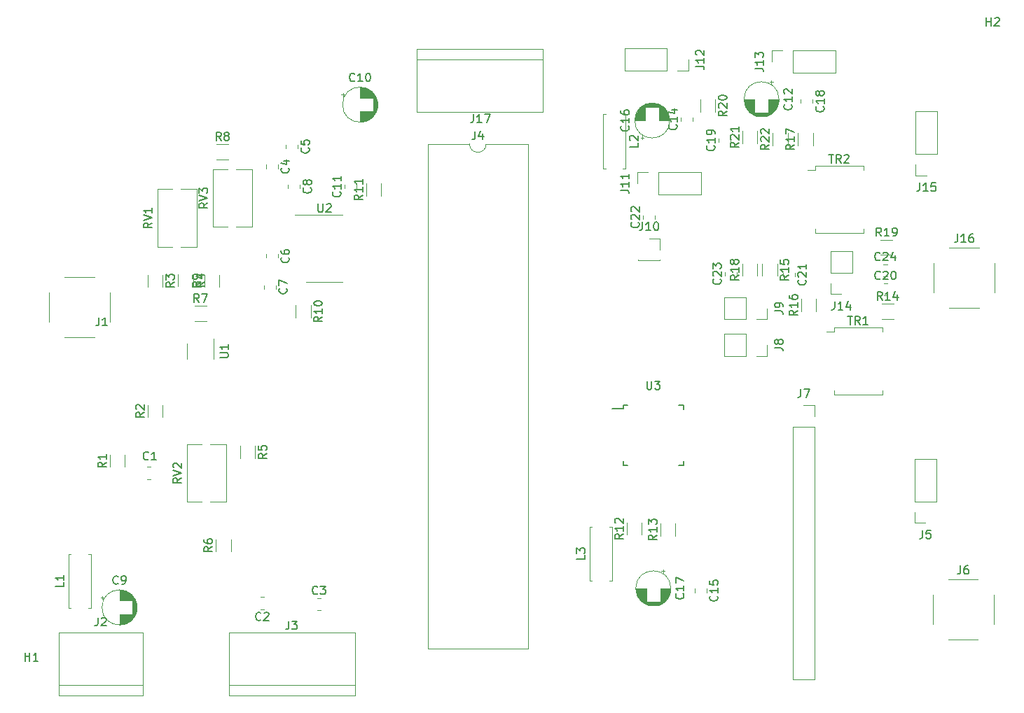
<source format=gbr>
%TF.GenerationSoftware,KiCad,Pcbnew,5.1.10-88a1d61d58~88~ubuntu18.04.1*%
%TF.CreationDate,2021-07-13T17:51:20-03:00*%
%TF.ProjectId,ASBF,41534246-2e6b-4696-9361-645f70636258,V1.1*%
%TF.SameCoordinates,Original*%
%TF.FileFunction,Legend,Top*%
%TF.FilePolarity,Positive*%
%FSLAX46Y46*%
G04 Gerber Fmt 4.6, Leading zero omitted, Abs format (unit mm)*
G04 Created by KiCad (PCBNEW 5.1.10-88a1d61d58~88~ubuntu18.04.1) date 2021-07-13 17:51:20*
%MOMM*%
%LPD*%
G01*
G04 APERTURE LIST*
%ADD10C,0.120000*%
%ADD11C,0.150000*%
G04 APERTURE END LIST*
D10*
%TO.C,TR1*%
X174117000Y-55753000D02*
X174117000Y-55245000D01*
X174117000Y-55245000D02*
X168275000Y-55245000D01*
X168275000Y-55245000D02*
X168275000Y-55753000D01*
X168275000Y-55753000D02*
X167386000Y-55753000D01*
X168275000Y-62865000D02*
X168275000Y-63373000D01*
X168275000Y-63373000D02*
X174117000Y-63373000D01*
X174117000Y-63373000D02*
X174117000Y-62865000D01*
%TO.C,J2*%
X84709000Y-98552000D02*
X74549000Y-98552000D01*
X84709000Y-99822000D02*
X84709000Y-92202000D01*
X84709000Y-92202000D02*
X74549000Y-92202000D01*
X74549000Y-92202000D02*
X74549000Y-99822000D01*
X74549000Y-99822000D02*
X84709000Y-99822000D01*
%TO.C,C12*%
X160907000Y-25604199D02*
X160507000Y-25604199D01*
X160707000Y-25404199D02*
X160707000Y-25804199D01*
X159882000Y-29755000D02*
X159142000Y-29755000D01*
X160049000Y-29715000D02*
X158975000Y-29715000D01*
X160176000Y-29675000D02*
X158848000Y-29675000D01*
X160280000Y-29635000D02*
X158744000Y-29635000D01*
X160371000Y-29595000D02*
X158653000Y-29595000D01*
X160452000Y-29555000D02*
X158572000Y-29555000D01*
X160525000Y-29515000D02*
X158499000Y-29515000D01*
X160592000Y-29475000D02*
X158432000Y-29475000D01*
X160654000Y-29435000D02*
X158370000Y-29435000D01*
X160712000Y-29395000D02*
X158312000Y-29395000D01*
X160766000Y-29355000D02*
X158258000Y-29355000D01*
X160816000Y-29315000D02*
X158208000Y-29315000D01*
X160863000Y-29275000D02*
X158161000Y-29275000D01*
X158672000Y-29235000D02*
X158116000Y-29235000D01*
X160908000Y-29235000D02*
X160352000Y-29235000D01*
X158672000Y-29195000D02*
X158074000Y-29195000D01*
X160950000Y-29195000D02*
X160352000Y-29195000D01*
X158672000Y-29155000D02*
X158034000Y-29155000D01*
X160990000Y-29155000D02*
X160352000Y-29155000D01*
X158672000Y-29115000D02*
X157996000Y-29115000D01*
X161028000Y-29115000D02*
X160352000Y-29115000D01*
X158672000Y-29075000D02*
X157960000Y-29075000D01*
X161064000Y-29075000D02*
X160352000Y-29075000D01*
X158672000Y-29035000D02*
X157925000Y-29035000D01*
X161099000Y-29035000D02*
X160352000Y-29035000D01*
X158672000Y-28995000D02*
X157893000Y-28995000D01*
X161131000Y-28995000D02*
X160352000Y-28995000D01*
X158672000Y-28955000D02*
X157862000Y-28955000D01*
X161162000Y-28955000D02*
X160352000Y-28955000D01*
X158672000Y-28915000D02*
X157832000Y-28915000D01*
X161192000Y-28915000D02*
X160352000Y-28915000D01*
X158672000Y-28875000D02*
X157804000Y-28875000D01*
X161220000Y-28875000D02*
X160352000Y-28875000D01*
X158672000Y-28835000D02*
X157777000Y-28835000D01*
X161247000Y-28835000D02*
X160352000Y-28835000D01*
X158672000Y-28795000D02*
X157752000Y-28795000D01*
X161272000Y-28795000D02*
X160352000Y-28795000D01*
X158672000Y-28755000D02*
X157727000Y-28755000D01*
X161297000Y-28755000D02*
X160352000Y-28755000D01*
X158672000Y-28715000D02*
X157704000Y-28715000D01*
X161320000Y-28715000D02*
X160352000Y-28715000D01*
X158672000Y-28675000D02*
X157682000Y-28675000D01*
X161342000Y-28675000D02*
X160352000Y-28675000D01*
X158672000Y-28635000D02*
X157661000Y-28635000D01*
X161363000Y-28635000D02*
X160352000Y-28635000D01*
X158672000Y-28595000D02*
X157642000Y-28595000D01*
X161382000Y-28595000D02*
X160352000Y-28595000D01*
X158672000Y-28555000D02*
X157623000Y-28555000D01*
X161401000Y-28555000D02*
X160352000Y-28555000D01*
X158672000Y-28515000D02*
X157605000Y-28515000D01*
X161419000Y-28515000D02*
X160352000Y-28515000D01*
X158672000Y-28475000D02*
X157588000Y-28475000D01*
X161436000Y-28475000D02*
X160352000Y-28475000D01*
X158672000Y-28435000D02*
X157572000Y-28435000D01*
X161452000Y-28435000D02*
X160352000Y-28435000D01*
X158672000Y-28395000D02*
X157558000Y-28395000D01*
X161466000Y-28395000D02*
X160352000Y-28395000D01*
X158672000Y-28354000D02*
X157544000Y-28354000D01*
X161480000Y-28354000D02*
X160352000Y-28354000D01*
X158672000Y-28314000D02*
X157530000Y-28314000D01*
X161494000Y-28314000D02*
X160352000Y-28314000D01*
X158672000Y-28274000D02*
X157518000Y-28274000D01*
X161506000Y-28274000D02*
X160352000Y-28274000D01*
X158672000Y-28234000D02*
X157507000Y-28234000D01*
X161517000Y-28234000D02*
X160352000Y-28234000D01*
X158672000Y-28194000D02*
X157496000Y-28194000D01*
X161528000Y-28194000D02*
X160352000Y-28194000D01*
X158672000Y-28154000D02*
X157487000Y-28154000D01*
X161537000Y-28154000D02*
X160352000Y-28154000D01*
X158672000Y-28114000D02*
X157478000Y-28114000D01*
X161546000Y-28114000D02*
X160352000Y-28114000D01*
X158672000Y-28074000D02*
X157470000Y-28074000D01*
X161554000Y-28074000D02*
X160352000Y-28074000D01*
X158672000Y-28034000D02*
X157462000Y-28034000D01*
X161562000Y-28034000D02*
X160352000Y-28034000D01*
X158672000Y-27994000D02*
X157456000Y-27994000D01*
X161568000Y-27994000D02*
X160352000Y-27994000D01*
X158672000Y-27954000D02*
X157450000Y-27954000D01*
X161574000Y-27954000D02*
X160352000Y-27954000D01*
X158672000Y-27914000D02*
X157445000Y-27914000D01*
X161579000Y-27914000D02*
X160352000Y-27914000D01*
X158672000Y-27874000D02*
X157441000Y-27874000D01*
X161583000Y-27874000D02*
X160352000Y-27874000D01*
X158672000Y-27834000D02*
X157438000Y-27834000D01*
X161586000Y-27834000D02*
X160352000Y-27834000D01*
X158672000Y-27794000D02*
X157435000Y-27794000D01*
X161589000Y-27794000D02*
X160352000Y-27794000D01*
X161591000Y-27754000D02*
X160352000Y-27754000D01*
X158672000Y-27754000D02*
X157433000Y-27754000D01*
X161592000Y-27714000D02*
X160352000Y-27714000D01*
X158672000Y-27714000D02*
X157432000Y-27714000D01*
X161592000Y-27674000D02*
X160352000Y-27674000D01*
X158672000Y-27674000D02*
X157432000Y-27674000D01*
X161632000Y-27674000D02*
G75*
G03*
X161632000Y-27674000I-2120000J0D01*
G01*
%TO.C,C17*%
X147826000Y-84786199D02*
X147426000Y-84786199D01*
X147626000Y-84586199D02*
X147626000Y-84986199D01*
X146801000Y-88937000D02*
X146061000Y-88937000D01*
X146968000Y-88897000D02*
X145894000Y-88897000D01*
X147095000Y-88857000D02*
X145767000Y-88857000D01*
X147199000Y-88817000D02*
X145663000Y-88817000D01*
X147290000Y-88777000D02*
X145572000Y-88777000D01*
X147371000Y-88737000D02*
X145491000Y-88737000D01*
X147444000Y-88697000D02*
X145418000Y-88697000D01*
X147511000Y-88657000D02*
X145351000Y-88657000D01*
X147573000Y-88617000D02*
X145289000Y-88617000D01*
X147631000Y-88577000D02*
X145231000Y-88577000D01*
X147685000Y-88537000D02*
X145177000Y-88537000D01*
X147735000Y-88497000D02*
X145127000Y-88497000D01*
X147782000Y-88457000D02*
X145080000Y-88457000D01*
X145591000Y-88417000D02*
X145035000Y-88417000D01*
X147827000Y-88417000D02*
X147271000Y-88417000D01*
X145591000Y-88377000D02*
X144993000Y-88377000D01*
X147869000Y-88377000D02*
X147271000Y-88377000D01*
X145591000Y-88337000D02*
X144953000Y-88337000D01*
X147909000Y-88337000D02*
X147271000Y-88337000D01*
X145591000Y-88297000D02*
X144915000Y-88297000D01*
X147947000Y-88297000D02*
X147271000Y-88297000D01*
X145591000Y-88257000D02*
X144879000Y-88257000D01*
X147983000Y-88257000D02*
X147271000Y-88257000D01*
X145591000Y-88217000D02*
X144844000Y-88217000D01*
X148018000Y-88217000D02*
X147271000Y-88217000D01*
X145591000Y-88177000D02*
X144812000Y-88177000D01*
X148050000Y-88177000D02*
X147271000Y-88177000D01*
X145591000Y-88137000D02*
X144781000Y-88137000D01*
X148081000Y-88137000D02*
X147271000Y-88137000D01*
X145591000Y-88097000D02*
X144751000Y-88097000D01*
X148111000Y-88097000D02*
X147271000Y-88097000D01*
X145591000Y-88057000D02*
X144723000Y-88057000D01*
X148139000Y-88057000D02*
X147271000Y-88057000D01*
X145591000Y-88017000D02*
X144696000Y-88017000D01*
X148166000Y-88017000D02*
X147271000Y-88017000D01*
X145591000Y-87977000D02*
X144671000Y-87977000D01*
X148191000Y-87977000D02*
X147271000Y-87977000D01*
X145591000Y-87937000D02*
X144646000Y-87937000D01*
X148216000Y-87937000D02*
X147271000Y-87937000D01*
X145591000Y-87897000D02*
X144623000Y-87897000D01*
X148239000Y-87897000D02*
X147271000Y-87897000D01*
X145591000Y-87857000D02*
X144601000Y-87857000D01*
X148261000Y-87857000D02*
X147271000Y-87857000D01*
X145591000Y-87817000D02*
X144580000Y-87817000D01*
X148282000Y-87817000D02*
X147271000Y-87817000D01*
X145591000Y-87777000D02*
X144561000Y-87777000D01*
X148301000Y-87777000D02*
X147271000Y-87777000D01*
X145591000Y-87737000D02*
X144542000Y-87737000D01*
X148320000Y-87737000D02*
X147271000Y-87737000D01*
X145591000Y-87697000D02*
X144524000Y-87697000D01*
X148338000Y-87697000D02*
X147271000Y-87697000D01*
X145591000Y-87657000D02*
X144507000Y-87657000D01*
X148355000Y-87657000D02*
X147271000Y-87657000D01*
X145591000Y-87617000D02*
X144491000Y-87617000D01*
X148371000Y-87617000D02*
X147271000Y-87617000D01*
X145591000Y-87577000D02*
X144477000Y-87577000D01*
X148385000Y-87577000D02*
X147271000Y-87577000D01*
X145591000Y-87536000D02*
X144463000Y-87536000D01*
X148399000Y-87536000D02*
X147271000Y-87536000D01*
X145591000Y-87496000D02*
X144449000Y-87496000D01*
X148413000Y-87496000D02*
X147271000Y-87496000D01*
X145591000Y-87456000D02*
X144437000Y-87456000D01*
X148425000Y-87456000D02*
X147271000Y-87456000D01*
X145591000Y-87416000D02*
X144426000Y-87416000D01*
X148436000Y-87416000D02*
X147271000Y-87416000D01*
X145591000Y-87376000D02*
X144415000Y-87376000D01*
X148447000Y-87376000D02*
X147271000Y-87376000D01*
X145591000Y-87336000D02*
X144406000Y-87336000D01*
X148456000Y-87336000D02*
X147271000Y-87336000D01*
X145591000Y-87296000D02*
X144397000Y-87296000D01*
X148465000Y-87296000D02*
X147271000Y-87296000D01*
X145591000Y-87256000D02*
X144389000Y-87256000D01*
X148473000Y-87256000D02*
X147271000Y-87256000D01*
X145591000Y-87216000D02*
X144381000Y-87216000D01*
X148481000Y-87216000D02*
X147271000Y-87216000D01*
X145591000Y-87176000D02*
X144375000Y-87176000D01*
X148487000Y-87176000D02*
X147271000Y-87176000D01*
X145591000Y-87136000D02*
X144369000Y-87136000D01*
X148493000Y-87136000D02*
X147271000Y-87136000D01*
X145591000Y-87096000D02*
X144364000Y-87096000D01*
X148498000Y-87096000D02*
X147271000Y-87096000D01*
X145591000Y-87056000D02*
X144360000Y-87056000D01*
X148502000Y-87056000D02*
X147271000Y-87056000D01*
X145591000Y-87016000D02*
X144357000Y-87016000D01*
X148505000Y-87016000D02*
X147271000Y-87016000D01*
X145591000Y-86976000D02*
X144354000Y-86976000D01*
X148508000Y-86976000D02*
X147271000Y-86976000D01*
X148510000Y-86936000D02*
X147271000Y-86936000D01*
X145591000Y-86936000D02*
X144352000Y-86936000D01*
X148511000Y-86896000D02*
X147271000Y-86896000D01*
X145591000Y-86896000D02*
X144351000Y-86896000D01*
X148511000Y-86856000D02*
X147271000Y-86856000D01*
X145591000Y-86856000D02*
X144351000Y-86856000D01*
X148551000Y-86856000D02*
G75*
G03*
X148551000Y-86856000I-2120000J0D01*
G01*
%TO.C,C16*%
X144909000Y-32307801D02*
X145309000Y-32307801D01*
X145109000Y-32507801D02*
X145109000Y-32107801D01*
X145934000Y-28157000D02*
X146674000Y-28157000D01*
X145767000Y-28197000D02*
X146841000Y-28197000D01*
X145640000Y-28237000D02*
X146968000Y-28237000D01*
X145536000Y-28277000D02*
X147072000Y-28277000D01*
X145445000Y-28317000D02*
X147163000Y-28317000D01*
X145364000Y-28357000D02*
X147244000Y-28357000D01*
X145291000Y-28397000D02*
X147317000Y-28397000D01*
X145224000Y-28437000D02*
X147384000Y-28437000D01*
X145162000Y-28477000D02*
X147446000Y-28477000D01*
X145104000Y-28517000D02*
X147504000Y-28517000D01*
X145050000Y-28557000D02*
X147558000Y-28557000D01*
X145000000Y-28597000D02*
X147608000Y-28597000D01*
X144953000Y-28637000D02*
X147655000Y-28637000D01*
X147144000Y-28677000D02*
X147700000Y-28677000D01*
X144908000Y-28677000D02*
X145464000Y-28677000D01*
X147144000Y-28717000D02*
X147742000Y-28717000D01*
X144866000Y-28717000D02*
X145464000Y-28717000D01*
X147144000Y-28757000D02*
X147782000Y-28757000D01*
X144826000Y-28757000D02*
X145464000Y-28757000D01*
X147144000Y-28797000D02*
X147820000Y-28797000D01*
X144788000Y-28797000D02*
X145464000Y-28797000D01*
X147144000Y-28837000D02*
X147856000Y-28837000D01*
X144752000Y-28837000D02*
X145464000Y-28837000D01*
X147144000Y-28877000D02*
X147891000Y-28877000D01*
X144717000Y-28877000D02*
X145464000Y-28877000D01*
X147144000Y-28917000D02*
X147923000Y-28917000D01*
X144685000Y-28917000D02*
X145464000Y-28917000D01*
X147144000Y-28957000D02*
X147954000Y-28957000D01*
X144654000Y-28957000D02*
X145464000Y-28957000D01*
X147144000Y-28997000D02*
X147984000Y-28997000D01*
X144624000Y-28997000D02*
X145464000Y-28997000D01*
X147144000Y-29037000D02*
X148012000Y-29037000D01*
X144596000Y-29037000D02*
X145464000Y-29037000D01*
X147144000Y-29077000D02*
X148039000Y-29077000D01*
X144569000Y-29077000D02*
X145464000Y-29077000D01*
X147144000Y-29117000D02*
X148064000Y-29117000D01*
X144544000Y-29117000D02*
X145464000Y-29117000D01*
X147144000Y-29157000D02*
X148089000Y-29157000D01*
X144519000Y-29157000D02*
X145464000Y-29157000D01*
X147144000Y-29197000D02*
X148112000Y-29197000D01*
X144496000Y-29197000D02*
X145464000Y-29197000D01*
X147144000Y-29237000D02*
X148134000Y-29237000D01*
X144474000Y-29237000D02*
X145464000Y-29237000D01*
X147144000Y-29277000D02*
X148155000Y-29277000D01*
X144453000Y-29277000D02*
X145464000Y-29277000D01*
X147144000Y-29317000D02*
X148174000Y-29317000D01*
X144434000Y-29317000D02*
X145464000Y-29317000D01*
X147144000Y-29357000D02*
X148193000Y-29357000D01*
X144415000Y-29357000D02*
X145464000Y-29357000D01*
X147144000Y-29397000D02*
X148211000Y-29397000D01*
X144397000Y-29397000D02*
X145464000Y-29397000D01*
X147144000Y-29437000D02*
X148228000Y-29437000D01*
X144380000Y-29437000D02*
X145464000Y-29437000D01*
X147144000Y-29477000D02*
X148244000Y-29477000D01*
X144364000Y-29477000D02*
X145464000Y-29477000D01*
X147144000Y-29517000D02*
X148258000Y-29517000D01*
X144350000Y-29517000D02*
X145464000Y-29517000D01*
X147144000Y-29558000D02*
X148272000Y-29558000D01*
X144336000Y-29558000D02*
X145464000Y-29558000D01*
X147144000Y-29598000D02*
X148286000Y-29598000D01*
X144322000Y-29598000D02*
X145464000Y-29598000D01*
X147144000Y-29638000D02*
X148298000Y-29638000D01*
X144310000Y-29638000D02*
X145464000Y-29638000D01*
X147144000Y-29678000D02*
X148309000Y-29678000D01*
X144299000Y-29678000D02*
X145464000Y-29678000D01*
X147144000Y-29718000D02*
X148320000Y-29718000D01*
X144288000Y-29718000D02*
X145464000Y-29718000D01*
X147144000Y-29758000D02*
X148329000Y-29758000D01*
X144279000Y-29758000D02*
X145464000Y-29758000D01*
X147144000Y-29798000D02*
X148338000Y-29798000D01*
X144270000Y-29798000D02*
X145464000Y-29798000D01*
X147144000Y-29838000D02*
X148346000Y-29838000D01*
X144262000Y-29838000D02*
X145464000Y-29838000D01*
X147144000Y-29878000D02*
X148354000Y-29878000D01*
X144254000Y-29878000D02*
X145464000Y-29878000D01*
X147144000Y-29918000D02*
X148360000Y-29918000D01*
X144248000Y-29918000D02*
X145464000Y-29918000D01*
X147144000Y-29958000D02*
X148366000Y-29958000D01*
X144242000Y-29958000D02*
X145464000Y-29958000D01*
X147144000Y-29998000D02*
X148371000Y-29998000D01*
X144237000Y-29998000D02*
X145464000Y-29998000D01*
X147144000Y-30038000D02*
X148375000Y-30038000D01*
X144233000Y-30038000D02*
X145464000Y-30038000D01*
X147144000Y-30078000D02*
X148378000Y-30078000D01*
X144230000Y-30078000D02*
X145464000Y-30078000D01*
X147144000Y-30118000D02*
X148381000Y-30118000D01*
X144227000Y-30118000D02*
X145464000Y-30118000D01*
X144225000Y-30158000D02*
X145464000Y-30158000D01*
X147144000Y-30158000D02*
X148383000Y-30158000D01*
X144224000Y-30198000D02*
X145464000Y-30198000D01*
X147144000Y-30198000D02*
X148384000Y-30198000D01*
X144224000Y-30238000D02*
X145464000Y-30238000D01*
X147144000Y-30238000D02*
X148384000Y-30238000D01*
X148424000Y-30238000D02*
G75*
G03*
X148424000Y-30238000I-2120000J0D01*
G01*
%TO.C,J4*%
X124222000Y-33087000D02*
X119162000Y-33087000D01*
X119162000Y-33087000D02*
X119162000Y-94167000D01*
X119162000Y-94167000D02*
X131282000Y-94167000D01*
X131282000Y-94167000D02*
X131282000Y-33087000D01*
X131282000Y-33087000D02*
X126222000Y-33087000D01*
X126222000Y-33087000D02*
G75*
G02*
X124222000Y-33087000I-1000000J0D01*
G01*
D11*
%TO.C,U3*%
X142806000Y-64701000D02*
X142806000Y-65126000D01*
X150056000Y-64701000D02*
X150056000Y-65226000D01*
X150056000Y-71951000D02*
X150056000Y-71426000D01*
X142806000Y-71951000D02*
X142806000Y-71426000D01*
X142806000Y-64701000D02*
X143331000Y-64701000D01*
X142806000Y-71951000D02*
X143331000Y-71951000D01*
X150056000Y-71951000D02*
X149531000Y-71951000D01*
X150056000Y-64701000D02*
X149531000Y-64701000D01*
X142806000Y-65126000D02*
X141431000Y-65126000D01*
D10*
%TO.C,U2*%
X106680000Y-49755000D02*
X108880000Y-49755000D01*
X106680000Y-49755000D02*
X104480000Y-49755000D01*
X106680000Y-41685000D02*
X108880000Y-41685000D01*
X106680000Y-41685000D02*
X103080000Y-41685000D01*
%TO.C,U1*%
X90084000Y-57266000D02*
X90084000Y-59066000D01*
X93304000Y-59066000D02*
X93304000Y-56616000D01*
%TO.C,TR2*%
X171831000Y-36195000D02*
X171831000Y-35687000D01*
X171831000Y-35687000D02*
X165989000Y-35687000D01*
X165989000Y-35687000D02*
X165989000Y-36195000D01*
X165989000Y-36195000D02*
X165100000Y-36195000D01*
X165989000Y-43307000D02*
X165989000Y-43815000D01*
X165989000Y-43815000D02*
X171831000Y-43815000D01*
X171831000Y-43815000D02*
X171831000Y-43307000D01*
%TO.C,RV3*%
X93224000Y-43099000D02*
X93224000Y-36149000D01*
X97964000Y-43099000D02*
X97964000Y-36149000D01*
X93224000Y-43099000D02*
X95010000Y-43099000D01*
X96000000Y-43099000D02*
X97964000Y-43099000D01*
X93224000Y-36149000D02*
X95010000Y-36149000D01*
X96000000Y-36149000D02*
X97964000Y-36149000D01*
%TO.C,RV2*%
X90049000Y-76373000D02*
X90049000Y-69423000D01*
X94789000Y-76373000D02*
X94789000Y-69423000D01*
X90049000Y-76373000D02*
X91835000Y-76373000D01*
X92825000Y-76373000D02*
X94789000Y-76373000D01*
X90049000Y-69423000D02*
X91835000Y-69423000D01*
X92825000Y-69423000D02*
X94789000Y-69423000D01*
%TO.C,RV1*%
X86493000Y-45512000D02*
X86493000Y-38562000D01*
X91233000Y-45512000D02*
X91233000Y-38562000D01*
X86493000Y-45512000D02*
X88279000Y-45512000D01*
X89269000Y-45512000D02*
X91233000Y-45512000D01*
X86493000Y-38562000D02*
X88279000Y-38562000D01*
X89269000Y-38562000D02*
X91233000Y-38562000D01*
%TO.C,R22*%
X160888000Y-33239064D02*
X160888000Y-31784936D01*
X162708000Y-33239064D02*
X162708000Y-31784936D01*
%TO.C,R21*%
X157205000Y-32985064D02*
X157205000Y-31530936D01*
X159025000Y-32985064D02*
X159025000Y-31530936D01*
%TO.C,R20*%
X153945000Y-27720936D02*
X153945000Y-29175064D01*
X152125000Y-27720936D02*
X152125000Y-29175064D01*
%TO.C,R19*%
X173897936Y-44683000D02*
X175352064Y-44683000D01*
X173897936Y-46503000D02*
X175352064Y-46503000D01*
%TO.C,R18*%
X157205000Y-49048564D02*
X157205000Y-47594436D01*
X159025000Y-49048564D02*
X159025000Y-47594436D01*
%TO.C,R17*%
X163936000Y-33239064D02*
X163936000Y-31784936D01*
X165756000Y-33239064D02*
X165756000Y-31784936D01*
%TO.C,R16*%
X164317000Y-53305064D02*
X164317000Y-51850936D01*
X166137000Y-53305064D02*
X166137000Y-51850936D01*
%TO.C,R15*%
X161438000Y-47594436D02*
X161438000Y-49048564D01*
X159618000Y-47594436D02*
X159618000Y-49048564D01*
%TO.C,R14*%
X174024936Y-52430000D02*
X175479064Y-52430000D01*
X174024936Y-54250000D02*
X175479064Y-54250000D01*
%TO.C,R13*%
X147299000Y-80483064D02*
X147299000Y-79028936D01*
X149119000Y-80483064D02*
X149119000Y-79028936D01*
%TO.C,R12*%
X143235000Y-80356064D02*
X143235000Y-78901936D01*
X145055000Y-80356064D02*
X145055000Y-78901936D01*
%TO.C,R11*%
X111739000Y-39335064D02*
X111739000Y-37880936D01*
X113559000Y-39335064D02*
X113559000Y-37880936D01*
%TO.C,R10*%
X105050000Y-52612936D02*
X105050000Y-54067064D01*
X103230000Y-52612936D02*
X103230000Y-54067064D01*
%TO.C,R9*%
X92181000Y-50384064D02*
X92181000Y-48929936D01*
X94001000Y-50384064D02*
X94001000Y-48929936D01*
%TO.C,R8*%
X93633936Y-33126000D02*
X95088064Y-33126000D01*
X93633936Y-34946000D02*
X95088064Y-34946000D01*
%TO.C,R7*%
X90966936Y-52684000D02*
X92421064Y-52684000D01*
X90966936Y-54504000D02*
X92421064Y-54504000D01*
%TO.C,R6*%
X93578000Y-82388064D02*
X93578000Y-80933936D01*
X95398000Y-82388064D02*
X95398000Y-80933936D01*
%TO.C,R5*%
X98319000Y-69630936D02*
X98319000Y-71085064D01*
X96499000Y-69630936D02*
X96499000Y-71085064D01*
%TO.C,R4*%
X90826000Y-48864436D02*
X90826000Y-50318564D01*
X89006000Y-48864436D02*
X89006000Y-50318564D01*
%TO.C,R3*%
X87143000Y-48929936D02*
X87143000Y-50384064D01*
X85323000Y-48929936D02*
X85323000Y-50384064D01*
%TO.C,R2*%
X85323000Y-66132064D02*
X85323000Y-64677936D01*
X87143000Y-66132064D02*
X87143000Y-64677936D01*
%TO.C,R1*%
X80751000Y-72162564D02*
X80751000Y-70708436D01*
X82571000Y-72162564D02*
X82571000Y-70708436D01*
%TO.C,L3*%
X139041000Y-85947000D02*
X138711000Y-85947000D01*
X138711000Y-85947000D02*
X138711000Y-79407000D01*
X138711000Y-79407000D02*
X139041000Y-79407000D01*
X141121000Y-85947000D02*
X141451000Y-85947000D01*
X141451000Y-85947000D02*
X141451000Y-79407000D01*
X141451000Y-79407000D02*
X141121000Y-79407000D01*
%TO.C,L2*%
X142772000Y-29496000D02*
X143102000Y-29496000D01*
X143102000Y-29496000D02*
X143102000Y-36036000D01*
X143102000Y-36036000D02*
X142772000Y-36036000D01*
X140692000Y-29496000D02*
X140362000Y-29496000D01*
X140362000Y-29496000D02*
X140362000Y-36036000D01*
X140362000Y-36036000D02*
X140692000Y-36036000D01*
%TO.C,L1*%
X76049000Y-89249000D02*
X75719000Y-89249000D01*
X75719000Y-89249000D02*
X75719000Y-82709000D01*
X75719000Y-82709000D02*
X76049000Y-82709000D01*
X78129000Y-89249000D02*
X78459000Y-89249000D01*
X78459000Y-89249000D02*
X78459000Y-82709000D01*
X78459000Y-82709000D02*
X78129000Y-82709000D01*
%TO.C,J17*%
X133096000Y-21590000D02*
X133096000Y-29210000D01*
X117856000Y-21590000D02*
X117856000Y-29210000D01*
X133096000Y-22860000D02*
X117856000Y-22860000D01*
X133096000Y-29210000D02*
X117856000Y-29210000D01*
X133096000Y-21590000D02*
X117856000Y-21590000D01*
%TO.C,J16*%
X180343000Y-47476000D02*
X180343000Y-51076000D01*
X187703000Y-47476000D02*
X187703000Y-51076000D01*
X182223000Y-52956000D02*
X185823000Y-52956000D01*
X182223000Y-45596000D02*
X185823000Y-45596000D01*
%TO.C,J15*%
X180781000Y-34290000D02*
X178121000Y-34290000D01*
X180781000Y-34290000D02*
X180781000Y-29150000D01*
X180781000Y-29150000D02*
X178121000Y-29150000D01*
X178121000Y-34290000D02*
X178121000Y-29150000D01*
X178121000Y-36890000D02*
X178121000Y-35560000D01*
X179451000Y-36890000D02*
X178121000Y-36890000D01*
%TO.C,J14*%
X170494000Y-48641000D02*
X167834000Y-48641000D01*
X170494000Y-48641000D02*
X170494000Y-46041000D01*
X170494000Y-46041000D02*
X167834000Y-46041000D01*
X167834000Y-48641000D02*
X167834000Y-46041000D01*
X167834000Y-51241000D02*
X167834000Y-49911000D01*
X169164000Y-51241000D02*
X167834000Y-51241000D01*
%TO.C,J13*%
X163322000Y-24444000D02*
X163322000Y-21784000D01*
X163322000Y-24444000D02*
X168462000Y-24444000D01*
X168462000Y-24444000D02*
X168462000Y-21784000D01*
X163322000Y-21784000D02*
X168462000Y-21784000D01*
X160722000Y-21784000D02*
X162052000Y-21784000D01*
X160722000Y-23114000D02*
X160722000Y-21784000D01*
%TO.C,J12*%
X148082000Y-21530000D02*
X148082000Y-24190000D01*
X148082000Y-21530000D02*
X142942000Y-21530000D01*
X142942000Y-21530000D02*
X142942000Y-24190000D01*
X148082000Y-24190000D02*
X142942000Y-24190000D01*
X150682000Y-24190000D02*
X149352000Y-24190000D01*
X150682000Y-22860000D02*
X150682000Y-24190000D01*
%TO.C,J11*%
X147066000Y-39176000D02*
X147066000Y-36516000D01*
X147066000Y-39176000D02*
X152206000Y-39176000D01*
X152206000Y-39176000D02*
X152206000Y-36516000D01*
X147066000Y-36516000D02*
X152206000Y-36516000D01*
X144466000Y-36516000D02*
X145796000Y-36516000D01*
X144466000Y-37846000D02*
X144466000Y-36516000D01*
%TO.C,J10*%
X144593000Y-47177000D02*
X147253000Y-47177000D01*
X144593000Y-47057000D02*
X144593000Y-47177000D01*
X147253000Y-47057000D02*
X147253000Y-47177000D01*
X147253000Y-44517000D02*
X147253000Y-45847000D01*
X145923000Y-44517000D02*
X147253000Y-44517000D01*
%TO.C,J9*%
X157607000Y-51629000D02*
X157607000Y-54289000D01*
X157607000Y-51629000D02*
X155007000Y-51629000D01*
X155007000Y-51629000D02*
X155007000Y-54289000D01*
X157607000Y-54289000D02*
X155007000Y-54289000D01*
X160207000Y-54289000D02*
X158877000Y-54289000D01*
X160207000Y-52959000D02*
X160207000Y-54289000D01*
%TO.C,J8*%
X157607000Y-56074000D02*
X157607000Y-58734000D01*
X157607000Y-56074000D02*
X155007000Y-56074000D01*
X155007000Y-56074000D02*
X155007000Y-58734000D01*
X157607000Y-58734000D02*
X155007000Y-58734000D01*
X160207000Y-58734000D02*
X158877000Y-58734000D01*
X160207000Y-57404000D02*
X160207000Y-58734000D01*
%TO.C,J7*%
X163262000Y-67310000D02*
X165922000Y-67310000D01*
X163262000Y-67310000D02*
X163262000Y-97850000D01*
X163262000Y-97850000D02*
X165922000Y-97850000D01*
X165922000Y-67310000D02*
X165922000Y-97850000D01*
X165922000Y-64710000D02*
X165922000Y-66040000D01*
X164592000Y-64710000D02*
X165922000Y-64710000D01*
%TO.C,J6*%
X180216000Y-87608000D02*
X180216000Y-91208000D01*
X187576000Y-87608000D02*
X187576000Y-91208000D01*
X182096000Y-93088000D02*
X185696000Y-93088000D01*
X182096000Y-85728000D02*
X185696000Y-85728000D01*
%TO.C,J5*%
X180654000Y-76327000D02*
X177994000Y-76327000D01*
X180654000Y-76327000D02*
X180654000Y-71187000D01*
X180654000Y-71187000D02*
X177994000Y-71187000D01*
X177994000Y-76327000D02*
X177994000Y-71187000D01*
X177994000Y-78927000D02*
X177994000Y-77597000D01*
X179324000Y-78927000D02*
X177994000Y-78927000D01*
%TO.C,J3*%
X95123000Y-99822000D02*
X95123000Y-92202000D01*
X110363000Y-99822000D02*
X110363000Y-92202000D01*
X95123000Y-98552000D02*
X110363000Y-98552000D01*
X95123000Y-92202000D02*
X110363000Y-92202000D01*
X95123000Y-99822000D02*
X110363000Y-99822000D01*
%TO.C,J1*%
X73409000Y-51032000D02*
X73409000Y-54632000D01*
X80769000Y-51032000D02*
X80769000Y-54632000D01*
X75289000Y-56512000D02*
X78889000Y-56512000D01*
X75289000Y-49152000D02*
X78889000Y-49152000D01*
%TO.C,C24*%
X174247436Y-47652000D02*
X174701564Y-47652000D01*
X174247436Y-49122000D02*
X174701564Y-49122000D01*
%TO.C,C23*%
X155094000Y-49018564D02*
X155094000Y-48564436D01*
X156564000Y-49018564D02*
X156564000Y-48564436D01*
%TO.C,C22*%
X145188000Y-42160564D02*
X145188000Y-41706436D01*
X146658000Y-42160564D02*
X146658000Y-41706436D01*
%TO.C,C21*%
X163549000Y-48667936D02*
X163549000Y-49122064D01*
X162079000Y-48667936D02*
X162079000Y-49122064D01*
%TO.C,C20*%
X174270936Y-49938000D02*
X174725064Y-49938000D01*
X174270936Y-51408000D02*
X174725064Y-51408000D01*
%TO.C,C19*%
X154332000Y-32866064D02*
X154332000Y-32411936D01*
X155802000Y-32866064D02*
X155802000Y-32411936D01*
%TO.C,C18*%
X165708000Y-27689436D02*
X165708000Y-28143564D01*
X164238000Y-27689436D02*
X164238000Y-28143564D01*
%TO.C,C15*%
X152881000Y-86894936D02*
X152881000Y-87349064D01*
X151411000Y-86894936D02*
X151411000Y-87349064D01*
%TO.C,C14*%
X149760000Y-30326064D02*
X149760000Y-29871936D01*
X151230000Y-30326064D02*
X151230000Y-29871936D01*
%TO.C,C11*%
X109120000Y-38454064D02*
X109120000Y-37999936D01*
X110590000Y-38454064D02*
X110590000Y-37999936D01*
%TO.C,C10*%
X113106000Y-28321000D02*
G75*
G03*
X113106000Y-28321000I-2120000J0D01*
G01*
X110986000Y-29161000D02*
X110986000Y-30401000D01*
X110986000Y-26241000D02*
X110986000Y-27481000D01*
X111026000Y-29161000D02*
X111026000Y-30401000D01*
X111026000Y-26241000D02*
X111026000Y-27481000D01*
X111066000Y-29161000D02*
X111066000Y-30400000D01*
X111066000Y-26242000D02*
X111066000Y-27481000D01*
X111106000Y-26244000D02*
X111106000Y-27481000D01*
X111106000Y-29161000D02*
X111106000Y-30398000D01*
X111146000Y-26247000D02*
X111146000Y-27481000D01*
X111146000Y-29161000D02*
X111146000Y-30395000D01*
X111186000Y-26250000D02*
X111186000Y-27481000D01*
X111186000Y-29161000D02*
X111186000Y-30392000D01*
X111226000Y-26254000D02*
X111226000Y-27481000D01*
X111226000Y-29161000D02*
X111226000Y-30388000D01*
X111266000Y-26259000D02*
X111266000Y-27481000D01*
X111266000Y-29161000D02*
X111266000Y-30383000D01*
X111306000Y-26265000D02*
X111306000Y-27481000D01*
X111306000Y-29161000D02*
X111306000Y-30377000D01*
X111346000Y-26271000D02*
X111346000Y-27481000D01*
X111346000Y-29161000D02*
X111346000Y-30371000D01*
X111386000Y-26279000D02*
X111386000Y-27481000D01*
X111386000Y-29161000D02*
X111386000Y-30363000D01*
X111426000Y-26287000D02*
X111426000Y-27481000D01*
X111426000Y-29161000D02*
X111426000Y-30355000D01*
X111466000Y-26296000D02*
X111466000Y-27481000D01*
X111466000Y-29161000D02*
X111466000Y-30346000D01*
X111506000Y-26305000D02*
X111506000Y-27481000D01*
X111506000Y-29161000D02*
X111506000Y-30337000D01*
X111546000Y-26316000D02*
X111546000Y-27481000D01*
X111546000Y-29161000D02*
X111546000Y-30326000D01*
X111586000Y-26327000D02*
X111586000Y-27481000D01*
X111586000Y-29161000D02*
X111586000Y-30315000D01*
X111626000Y-26339000D02*
X111626000Y-27481000D01*
X111626000Y-29161000D02*
X111626000Y-30303000D01*
X111666000Y-26353000D02*
X111666000Y-27481000D01*
X111666000Y-29161000D02*
X111666000Y-30289000D01*
X111707000Y-26367000D02*
X111707000Y-27481000D01*
X111707000Y-29161000D02*
X111707000Y-30275000D01*
X111747000Y-26381000D02*
X111747000Y-27481000D01*
X111747000Y-29161000D02*
X111747000Y-30261000D01*
X111787000Y-26397000D02*
X111787000Y-27481000D01*
X111787000Y-29161000D02*
X111787000Y-30245000D01*
X111827000Y-26414000D02*
X111827000Y-27481000D01*
X111827000Y-29161000D02*
X111827000Y-30228000D01*
X111867000Y-26432000D02*
X111867000Y-27481000D01*
X111867000Y-29161000D02*
X111867000Y-30210000D01*
X111907000Y-26451000D02*
X111907000Y-27481000D01*
X111907000Y-29161000D02*
X111907000Y-30191000D01*
X111947000Y-26470000D02*
X111947000Y-27481000D01*
X111947000Y-29161000D02*
X111947000Y-30172000D01*
X111987000Y-26491000D02*
X111987000Y-27481000D01*
X111987000Y-29161000D02*
X111987000Y-30151000D01*
X112027000Y-26513000D02*
X112027000Y-27481000D01*
X112027000Y-29161000D02*
X112027000Y-30129000D01*
X112067000Y-26536000D02*
X112067000Y-27481000D01*
X112067000Y-29161000D02*
X112067000Y-30106000D01*
X112107000Y-26561000D02*
X112107000Y-27481000D01*
X112107000Y-29161000D02*
X112107000Y-30081000D01*
X112147000Y-26586000D02*
X112147000Y-27481000D01*
X112147000Y-29161000D02*
X112147000Y-30056000D01*
X112187000Y-26613000D02*
X112187000Y-27481000D01*
X112187000Y-29161000D02*
X112187000Y-30029000D01*
X112227000Y-26641000D02*
X112227000Y-27481000D01*
X112227000Y-29161000D02*
X112227000Y-30001000D01*
X112267000Y-26671000D02*
X112267000Y-27481000D01*
X112267000Y-29161000D02*
X112267000Y-29971000D01*
X112307000Y-26702000D02*
X112307000Y-27481000D01*
X112307000Y-29161000D02*
X112307000Y-29940000D01*
X112347000Y-26734000D02*
X112347000Y-27481000D01*
X112347000Y-29161000D02*
X112347000Y-29908000D01*
X112387000Y-26769000D02*
X112387000Y-27481000D01*
X112387000Y-29161000D02*
X112387000Y-29873000D01*
X112427000Y-26805000D02*
X112427000Y-27481000D01*
X112427000Y-29161000D02*
X112427000Y-29837000D01*
X112467000Y-26843000D02*
X112467000Y-27481000D01*
X112467000Y-29161000D02*
X112467000Y-29799000D01*
X112507000Y-26883000D02*
X112507000Y-27481000D01*
X112507000Y-29161000D02*
X112507000Y-29759000D01*
X112547000Y-26925000D02*
X112547000Y-27481000D01*
X112547000Y-29161000D02*
X112547000Y-29717000D01*
X112587000Y-26970000D02*
X112587000Y-29672000D01*
X112627000Y-27017000D02*
X112627000Y-29625000D01*
X112667000Y-27067000D02*
X112667000Y-29575000D01*
X112707000Y-27121000D02*
X112707000Y-29521000D01*
X112747000Y-27179000D02*
X112747000Y-29463000D01*
X112787000Y-27241000D02*
X112787000Y-29401000D01*
X112827000Y-27308000D02*
X112827000Y-29334000D01*
X112867000Y-27381000D02*
X112867000Y-29261000D01*
X112907000Y-27462000D02*
X112907000Y-29180000D01*
X112947000Y-27553000D02*
X112947000Y-29089000D01*
X112987000Y-27657000D02*
X112987000Y-28985000D01*
X113027000Y-27784000D02*
X113027000Y-28858000D01*
X113067000Y-27951000D02*
X113067000Y-28691000D01*
X108716199Y-27126000D02*
X109116199Y-27126000D01*
X108916199Y-26926000D02*
X108916199Y-27326000D01*
%TO.C,C9*%
X84023000Y-89154000D02*
G75*
G03*
X84023000Y-89154000I-2120000J0D01*
G01*
X81903000Y-89994000D02*
X81903000Y-91234000D01*
X81903000Y-87074000D02*
X81903000Y-88314000D01*
X81943000Y-89994000D02*
X81943000Y-91234000D01*
X81943000Y-87074000D02*
X81943000Y-88314000D01*
X81983000Y-89994000D02*
X81983000Y-91233000D01*
X81983000Y-87075000D02*
X81983000Y-88314000D01*
X82023000Y-87077000D02*
X82023000Y-88314000D01*
X82023000Y-89994000D02*
X82023000Y-91231000D01*
X82063000Y-87080000D02*
X82063000Y-88314000D01*
X82063000Y-89994000D02*
X82063000Y-91228000D01*
X82103000Y-87083000D02*
X82103000Y-88314000D01*
X82103000Y-89994000D02*
X82103000Y-91225000D01*
X82143000Y-87087000D02*
X82143000Y-88314000D01*
X82143000Y-89994000D02*
X82143000Y-91221000D01*
X82183000Y-87092000D02*
X82183000Y-88314000D01*
X82183000Y-89994000D02*
X82183000Y-91216000D01*
X82223000Y-87098000D02*
X82223000Y-88314000D01*
X82223000Y-89994000D02*
X82223000Y-91210000D01*
X82263000Y-87104000D02*
X82263000Y-88314000D01*
X82263000Y-89994000D02*
X82263000Y-91204000D01*
X82303000Y-87112000D02*
X82303000Y-88314000D01*
X82303000Y-89994000D02*
X82303000Y-91196000D01*
X82343000Y-87120000D02*
X82343000Y-88314000D01*
X82343000Y-89994000D02*
X82343000Y-91188000D01*
X82383000Y-87129000D02*
X82383000Y-88314000D01*
X82383000Y-89994000D02*
X82383000Y-91179000D01*
X82423000Y-87138000D02*
X82423000Y-88314000D01*
X82423000Y-89994000D02*
X82423000Y-91170000D01*
X82463000Y-87149000D02*
X82463000Y-88314000D01*
X82463000Y-89994000D02*
X82463000Y-91159000D01*
X82503000Y-87160000D02*
X82503000Y-88314000D01*
X82503000Y-89994000D02*
X82503000Y-91148000D01*
X82543000Y-87172000D02*
X82543000Y-88314000D01*
X82543000Y-89994000D02*
X82543000Y-91136000D01*
X82583000Y-87186000D02*
X82583000Y-88314000D01*
X82583000Y-89994000D02*
X82583000Y-91122000D01*
X82624000Y-87200000D02*
X82624000Y-88314000D01*
X82624000Y-89994000D02*
X82624000Y-91108000D01*
X82664000Y-87214000D02*
X82664000Y-88314000D01*
X82664000Y-89994000D02*
X82664000Y-91094000D01*
X82704000Y-87230000D02*
X82704000Y-88314000D01*
X82704000Y-89994000D02*
X82704000Y-91078000D01*
X82744000Y-87247000D02*
X82744000Y-88314000D01*
X82744000Y-89994000D02*
X82744000Y-91061000D01*
X82784000Y-87265000D02*
X82784000Y-88314000D01*
X82784000Y-89994000D02*
X82784000Y-91043000D01*
X82824000Y-87284000D02*
X82824000Y-88314000D01*
X82824000Y-89994000D02*
X82824000Y-91024000D01*
X82864000Y-87303000D02*
X82864000Y-88314000D01*
X82864000Y-89994000D02*
X82864000Y-91005000D01*
X82904000Y-87324000D02*
X82904000Y-88314000D01*
X82904000Y-89994000D02*
X82904000Y-90984000D01*
X82944000Y-87346000D02*
X82944000Y-88314000D01*
X82944000Y-89994000D02*
X82944000Y-90962000D01*
X82984000Y-87369000D02*
X82984000Y-88314000D01*
X82984000Y-89994000D02*
X82984000Y-90939000D01*
X83024000Y-87394000D02*
X83024000Y-88314000D01*
X83024000Y-89994000D02*
X83024000Y-90914000D01*
X83064000Y-87419000D02*
X83064000Y-88314000D01*
X83064000Y-89994000D02*
X83064000Y-90889000D01*
X83104000Y-87446000D02*
X83104000Y-88314000D01*
X83104000Y-89994000D02*
X83104000Y-90862000D01*
X83144000Y-87474000D02*
X83144000Y-88314000D01*
X83144000Y-89994000D02*
X83144000Y-90834000D01*
X83184000Y-87504000D02*
X83184000Y-88314000D01*
X83184000Y-89994000D02*
X83184000Y-90804000D01*
X83224000Y-87535000D02*
X83224000Y-88314000D01*
X83224000Y-89994000D02*
X83224000Y-90773000D01*
X83264000Y-87567000D02*
X83264000Y-88314000D01*
X83264000Y-89994000D02*
X83264000Y-90741000D01*
X83304000Y-87602000D02*
X83304000Y-88314000D01*
X83304000Y-89994000D02*
X83304000Y-90706000D01*
X83344000Y-87638000D02*
X83344000Y-88314000D01*
X83344000Y-89994000D02*
X83344000Y-90670000D01*
X83384000Y-87676000D02*
X83384000Y-88314000D01*
X83384000Y-89994000D02*
X83384000Y-90632000D01*
X83424000Y-87716000D02*
X83424000Y-88314000D01*
X83424000Y-89994000D02*
X83424000Y-90592000D01*
X83464000Y-87758000D02*
X83464000Y-88314000D01*
X83464000Y-89994000D02*
X83464000Y-90550000D01*
X83504000Y-87803000D02*
X83504000Y-90505000D01*
X83544000Y-87850000D02*
X83544000Y-90458000D01*
X83584000Y-87900000D02*
X83584000Y-90408000D01*
X83624000Y-87954000D02*
X83624000Y-90354000D01*
X83664000Y-88012000D02*
X83664000Y-90296000D01*
X83704000Y-88074000D02*
X83704000Y-90234000D01*
X83744000Y-88141000D02*
X83744000Y-90167000D01*
X83784000Y-88214000D02*
X83784000Y-90094000D01*
X83824000Y-88295000D02*
X83824000Y-90013000D01*
X83864000Y-88386000D02*
X83864000Y-89922000D01*
X83904000Y-88490000D02*
X83904000Y-89818000D01*
X83944000Y-88617000D02*
X83944000Y-89691000D01*
X83984000Y-88784000D02*
X83984000Y-89524000D01*
X79633199Y-87959000D02*
X80033199Y-87959000D01*
X79833199Y-87759000D02*
X79833199Y-88159000D01*
%TO.C,C8*%
X103732000Y-37999936D02*
X103732000Y-38454064D01*
X102262000Y-37999936D02*
X102262000Y-38454064D01*
%TO.C,C7*%
X100811000Y-50168436D02*
X100811000Y-50622564D01*
X99341000Y-50168436D02*
X99341000Y-50622564D01*
%TO.C,C6*%
X101065000Y-46405436D02*
X101065000Y-46859564D01*
X99595000Y-46405436D02*
X99595000Y-46859564D01*
%TO.C,C5*%
X103478000Y-33150436D02*
X103478000Y-33604564D01*
X102008000Y-33150436D02*
X102008000Y-33604564D01*
%TO.C,C4*%
X101065000Y-35586936D02*
X101065000Y-36041064D01*
X99595000Y-35586936D02*
X99595000Y-36041064D01*
%TO.C,C3*%
X105794436Y-88038000D02*
X106248564Y-88038000D01*
X105794436Y-89508000D02*
X106248564Y-89508000D01*
%TO.C,C2*%
X99390564Y-89381000D02*
X98936436Y-89381000D01*
X99390564Y-87911000D02*
X98936436Y-87911000D01*
%TO.C,C1*%
X85243936Y-72163000D02*
X85698064Y-72163000D01*
X85243936Y-73633000D02*
X85698064Y-73633000D01*
%TO.C,TR1*%
D11*
X169934095Y-53935380D02*
X170505523Y-53935380D01*
X170219809Y-54935380D02*
X170219809Y-53935380D01*
X171410285Y-54935380D02*
X171076952Y-54459190D01*
X170838857Y-54935380D02*
X170838857Y-53935380D01*
X171219809Y-53935380D01*
X171315047Y-53983000D01*
X171362666Y-54030619D01*
X171410285Y-54125857D01*
X171410285Y-54268714D01*
X171362666Y-54363952D01*
X171315047Y-54411571D01*
X171219809Y-54459190D01*
X170838857Y-54459190D01*
X172362666Y-54935380D02*
X171791238Y-54935380D01*
X172076952Y-54935380D02*
X172076952Y-53935380D01*
X171981714Y-54078238D01*
X171886476Y-54173476D01*
X171791238Y-54221095D01*
%TO.C,J2*%
X79295666Y-90384380D02*
X79295666Y-91098666D01*
X79248047Y-91241523D01*
X79152809Y-91336761D01*
X79009952Y-91384380D01*
X78914714Y-91384380D01*
X79724238Y-90479619D02*
X79771857Y-90432000D01*
X79867095Y-90384380D01*
X80105190Y-90384380D01*
X80200428Y-90432000D01*
X80248047Y-90479619D01*
X80295666Y-90574857D01*
X80295666Y-90670095D01*
X80248047Y-90812952D01*
X79676619Y-91384380D01*
X80295666Y-91384380D01*
%TO.C,C12*%
X163119142Y-28316857D02*
X163166761Y-28364476D01*
X163214380Y-28507333D01*
X163214380Y-28602571D01*
X163166761Y-28745428D01*
X163071523Y-28840666D01*
X162976285Y-28888285D01*
X162785809Y-28935904D01*
X162642952Y-28935904D01*
X162452476Y-28888285D01*
X162357238Y-28840666D01*
X162262000Y-28745428D01*
X162214380Y-28602571D01*
X162214380Y-28507333D01*
X162262000Y-28364476D01*
X162309619Y-28316857D01*
X163214380Y-27364476D02*
X163214380Y-27935904D01*
X163214380Y-27650190D02*
X162214380Y-27650190D01*
X162357238Y-27745428D01*
X162452476Y-27840666D01*
X162500095Y-27935904D01*
X162309619Y-26983523D02*
X162262000Y-26935904D01*
X162214380Y-26840666D01*
X162214380Y-26602571D01*
X162262000Y-26507333D01*
X162309619Y-26459714D01*
X162404857Y-26412095D01*
X162500095Y-26412095D01*
X162642952Y-26459714D01*
X163214380Y-27031142D01*
X163214380Y-26412095D01*
%TO.C,C17*%
X150038142Y-87498857D02*
X150085761Y-87546476D01*
X150133380Y-87689333D01*
X150133380Y-87784571D01*
X150085761Y-87927428D01*
X149990523Y-88022666D01*
X149895285Y-88070285D01*
X149704809Y-88117904D01*
X149561952Y-88117904D01*
X149371476Y-88070285D01*
X149276238Y-88022666D01*
X149181000Y-87927428D01*
X149133380Y-87784571D01*
X149133380Y-87689333D01*
X149181000Y-87546476D01*
X149228619Y-87498857D01*
X150133380Y-86546476D02*
X150133380Y-87117904D01*
X150133380Y-86832190D02*
X149133380Y-86832190D01*
X149276238Y-86927428D01*
X149371476Y-87022666D01*
X149419095Y-87117904D01*
X149133380Y-86213142D02*
X149133380Y-85546476D01*
X150133380Y-85975047D01*
%TO.C,C16*%
X143411142Y-30880857D02*
X143458761Y-30928476D01*
X143506380Y-31071333D01*
X143506380Y-31166571D01*
X143458761Y-31309428D01*
X143363523Y-31404666D01*
X143268285Y-31452285D01*
X143077809Y-31499904D01*
X142934952Y-31499904D01*
X142744476Y-31452285D01*
X142649238Y-31404666D01*
X142554000Y-31309428D01*
X142506380Y-31166571D01*
X142506380Y-31071333D01*
X142554000Y-30928476D01*
X142601619Y-30880857D01*
X143506380Y-29928476D02*
X143506380Y-30499904D01*
X143506380Y-30214190D02*
X142506380Y-30214190D01*
X142649238Y-30309428D01*
X142744476Y-30404666D01*
X142792095Y-30499904D01*
X142506380Y-29071333D02*
X142506380Y-29261809D01*
X142554000Y-29357047D01*
X142601619Y-29404666D01*
X142744476Y-29499904D01*
X142934952Y-29547523D01*
X143315904Y-29547523D01*
X143411142Y-29499904D01*
X143458761Y-29452285D01*
X143506380Y-29357047D01*
X143506380Y-29166571D01*
X143458761Y-29071333D01*
X143411142Y-29023714D01*
X143315904Y-28976095D01*
X143077809Y-28976095D01*
X142982571Y-29023714D01*
X142934952Y-29071333D01*
X142887333Y-29166571D01*
X142887333Y-29357047D01*
X142934952Y-29452285D01*
X142982571Y-29499904D01*
X143077809Y-29547523D01*
%TO.C,J4*%
X124888666Y-31539380D02*
X124888666Y-32253666D01*
X124841047Y-32396523D01*
X124745809Y-32491761D01*
X124602952Y-32539380D01*
X124507714Y-32539380D01*
X125793428Y-31872714D02*
X125793428Y-32539380D01*
X125555333Y-31491761D02*
X125317238Y-32206047D01*
X125936285Y-32206047D01*
%TO.C,U3*%
X145669095Y-61778380D02*
X145669095Y-62587904D01*
X145716714Y-62683142D01*
X145764333Y-62730761D01*
X145859571Y-62778380D01*
X146050047Y-62778380D01*
X146145285Y-62730761D01*
X146192904Y-62683142D01*
X146240523Y-62587904D01*
X146240523Y-61778380D01*
X146621476Y-61778380D02*
X147240523Y-61778380D01*
X146907190Y-62159333D01*
X147050047Y-62159333D01*
X147145285Y-62206952D01*
X147192904Y-62254571D01*
X147240523Y-62349809D01*
X147240523Y-62587904D01*
X147192904Y-62683142D01*
X147145285Y-62730761D01*
X147050047Y-62778380D01*
X146764333Y-62778380D01*
X146669095Y-62730761D01*
X146621476Y-62683142D01*
%TO.C,U2*%
X105918095Y-40322380D02*
X105918095Y-41131904D01*
X105965714Y-41227142D01*
X106013333Y-41274761D01*
X106108571Y-41322380D01*
X106299047Y-41322380D01*
X106394285Y-41274761D01*
X106441904Y-41227142D01*
X106489523Y-41131904D01*
X106489523Y-40322380D01*
X106918095Y-40417619D02*
X106965714Y-40370000D01*
X107060952Y-40322380D01*
X107299047Y-40322380D01*
X107394285Y-40370000D01*
X107441904Y-40417619D01*
X107489523Y-40512857D01*
X107489523Y-40608095D01*
X107441904Y-40750952D01*
X106870476Y-41322380D01*
X107489523Y-41322380D01*
%TO.C,U1*%
X94046380Y-58927904D02*
X94855904Y-58927904D01*
X94951142Y-58880285D01*
X94998761Y-58832666D01*
X95046380Y-58737428D01*
X95046380Y-58546952D01*
X94998761Y-58451714D01*
X94951142Y-58404095D01*
X94855904Y-58356476D01*
X94046380Y-58356476D01*
X95046380Y-57356476D02*
X95046380Y-57927904D01*
X95046380Y-57642190D02*
X94046380Y-57642190D01*
X94189238Y-57737428D01*
X94284476Y-57832666D01*
X94332095Y-57927904D01*
%TO.C,TR2*%
X167648095Y-34377380D02*
X168219523Y-34377380D01*
X167933809Y-35377380D02*
X167933809Y-34377380D01*
X169124285Y-35377380D02*
X168790952Y-34901190D01*
X168552857Y-35377380D02*
X168552857Y-34377380D01*
X168933809Y-34377380D01*
X169029047Y-34425000D01*
X169076666Y-34472619D01*
X169124285Y-34567857D01*
X169124285Y-34710714D01*
X169076666Y-34805952D01*
X169029047Y-34853571D01*
X168933809Y-34901190D01*
X168552857Y-34901190D01*
X169505238Y-34472619D02*
X169552857Y-34425000D01*
X169648095Y-34377380D01*
X169886190Y-34377380D01*
X169981428Y-34425000D01*
X170029047Y-34472619D01*
X170076666Y-34567857D01*
X170076666Y-34663095D01*
X170029047Y-34805952D01*
X169457619Y-35377380D01*
X170076666Y-35377380D01*
%TO.C,RV3*%
X92546380Y-40219238D02*
X92070190Y-40552571D01*
X92546380Y-40790666D02*
X91546380Y-40790666D01*
X91546380Y-40409714D01*
X91594000Y-40314476D01*
X91641619Y-40266857D01*
X91736857Y-40219238D01*
X91879714Y-40219238D01*
X91974952Y-40266857D01*
X92022571Y-40314476D01*
X92070190Y-40409714D01*
X92070190Y-40790666D01*
X91546380Y-39933523D02*
X92546380Y-39600190D01*
X91546380Y-39266857D01*
X91546380Y-39028761D02*
X91546380Y-38409714D01*
X91927333Y-38743047D01*
X91927333Y-38600190D01*
X91974952Y-38504952D01*
X92022571Y-38457333D01*
X92117809Y-38409714D01*
X92355904Y-38409714D01*
X92451142Y-38457333D01*
X92498761Y-38504952D01*
X92546380Y-38600190D01*
X92546380Y-38885904D01*
X92498761Y-38981142D01*
X92451142Y-39028761D01*
%TO.C,RV2*%
X89371380Y-73493238D02*
X88895190Y-73826571D01*
X89371380Y-74064666D02*
X88371380Y-74064666D01*
X88371380Y-73683714D01*
X88419000Y-73588476D01*
X88466619Y-73540857D01*
X88561857Y-73493238D01*
X88704714Y-73493238D01*
X88799952Y-73540857D01*
X88847571Y-73588476D01*
X88895190Y-73683714D01*
X88895190Y-74064666D01*
X88371380Y-73207523D02*
X89371380Y-72874190D01*
X88371380Y-72540857D01*
X88466619Y-72255142D02*
X88419000Y-72207523D01*
X88371380Y-72112285D01*
X88371380Y-71874190D01*
X88419000Y-71778952D01*
X88466619Y-71731333D01*
X88561857Y-71683714D01*
X88657095Y-71683714D01*
X88799952Y-71731333D01*
X89371380Y-72302761D01*
X89371380Y-71683714D01*
%TO.C,RV1*%
X85815380Y-42632238D02*
X85339190Y-42965571D01*
X85815380Y-43203666D02*
X84815380Y-43203666D01*
X84815380Y-42822714D01*
X84863000Y-42727476D01*
X84910619Y-42679857D01*
X85005857Y-42632238D01*
X85148714Y-42632238D01*
X85243952Y-42679857D01*
X85291571Y-42727476D01*
X85339190Y-42822714D01*
X85339190Y-43203666D01*
X84815380Y-42346523D02*
X85815380Y-42013190D01*
X84815380Y-41679857D01*
X85815380Y-40822714D02*
X85815380Y-41394142D01*
X85815380Y-41108428D02*
X84815380Y-41108428D01*
X84958238Y-41203666D01*
X85053476Y-41298904D01*
X85101095Y-41394142D01*
%TO.C,R22*%
X160430380Y-33154857D02*
X159954190Y-33488190D01*
X160430380Y-33726285D02*
X159430380Y-33726285D01*
X159430380Y-33345333D01*
X159478000Y-33250095D01*
X159525619Y-33202476D01*
X159620857Y-33154857D01*
X159763714Y-33154857D01*
X159858952Y-33202476D01*
X159906571Y-33250095D01*
X159954190Y-33345333D01*
X159954190Y-33726285D01*
X159525619Y-32773904D02*
X159478000Y-32726285D01*
X159430380Y-32631047D01*
X159430380Y-32392952D01*
X159478000Y-32297714D01*
X159525619Y-32250095D01*
X159620857Y-32202476D01*
X159716095Y-32202476D01*
X159858952Y-32250095D01*
X160430380Y-32821523D01*
X160430380Y-32202476D01*
X159525619Y-31821523D02*
X159478000Y-31773904D01*
X159430380Y-31678666D01*
X159430380Y-31440571D01*
X159478000Y-31345333D01*
X159525619Y-31297714D01*
X159620857Y-31250095D01*
X159716095Y-31250095D01*
X159858952Y-31297714D01*
X160430380Y-31869142D01*
X160430380Y-31250095D01*
%TO.C,R21*%
X156747380Y-32900857D02*
X156271190Y-33234190D01*
X156747380Y-33472285D02*
X155747380Y-33472285D01*
X155747380Y-33091333D01*
X155795000Y-32996095D01*
X155842619Y-32948476D01*
X155937857Y-32900857D01*
X156080714Y-32900857D01*
X156175952Y-32948476D01*
X156223571Y-32996095D01*
X156271190Y-33091333D01*
X156271190Y-33472285D01*
X155842619Y-32519904D02*
X155795000Y-32472285D01*
X155747380Y-32377047D01*
X155747380Y-32138952D01*
X155795000Y-32043714D01*
X155842619Y-31996095D01*
X155937857Y-31948476D01*
X156033095Y-31948476D01*
X156175952Y-31996095D01*
X156747380Y-32567523D01*
X156747380Y-31948476D01*
X156747380Y-30996095D02*
X156747380Y-31567523D01*
X156747380Y-31281809D02*
X155747380Y-31281809D01*
X155890238Y-31377047D01*
X155985476Y-31472285D01*
X156033095Y-31567523D01*
%TO.C,R20*%
X155307380Y-29090857D02*
X154831190Y-29424190D01*
X155307380Y-29662285D02*
X154307380Y-29662285D01*
X154307380Y-29281333D01*
X154355000Y-29186095D01*
X154402619Y-29138476D01*
X154497857Y-29090857D01*
X154640714Y-29090857D01*
X154735952Y-29138476D01*
X154783571Y-29186095D01*
X154831190Y-29281333D01*
X154831190Y-29662285D01*
X154402619Y-28709904D02*
X154355000Y-28662285D01*
X154307380Y-28567047D01*
X154307380Y-28328952D01*
X154355000Y-28233714D01*
X154402619Y-28186095D01*
X154497857Y-28138476D01*
X154593095Y-28138476D01*
X154735952Y-28186095D01*
X155307380Y-28757523D01*
X155307380Y-28138476D01*
X154307380Y-27519428D02*
X154307380Y-27424190D01*
X154355000Y-27328952D01*
X154402619Y-27281333D01*
X154497857Y-27233714D01*
X154688333Y-27186095D01*
X154926428Y-27186095D01*
X155116904Y-27233714D01*
X155212142Y-27281333D01*
X155259761Y-27328952D01*
X155307380Y-27424190D01*
X155307380Y-27519428D01*
X155259761Y-27614666D01*
X155212142Y-27662285D01*
X155116904Y-27709904D01*
X154926428Y-27757523D01*
X154688333Y-27757523D01*
X154497857Y-27709904D01*
X154402619Y-27662285D01*
X154355000Y-27614666D01*
X154307380Y-27519428D01*
%TO.C,R19*%
X173982142Y-44225380D02*
X173648809Y-43749190D01*
X173410714Y-44225380D02*
X173410714Y-43225380D01*
X173791666Y-43225380D01*
X173886904Y-43273000D01*
X173934523Y-43320619D01*
X173982142Y-43415857D01*
X173982142Y-43558714D01*
X173934523Y-43653952D01*
X173886904Y-43701571D01*
X173791666Y-43749190D01*
X173410714Y-43749190D01*
X174934523Y-44225380D02*
X174363095Y-44225380D01*
X174648809Y-44225380D02*
X174648809Y-43225380D01*
X174553571Y-43368238D01*
X174458333Y-43463476D01*
X174363095Y-43511095D01*
X175410714Y-44225380D02*
X175601190Y-44225380D01*
X175696428Y-44177761D01*
X175744047Y-44130142D01*
X175839285Y-43987285D01*
X175886904Y-43796809D01*
X175886904Y-43415857D01*
X175839285Y-43320619D01*
X175791666Y-43273000D01*
X175696428Y-43225380D01*
X175505952Y-43225380D01*
X175410714Y-43273000D01*
X175363095Y-43320619D01*
X175315476Y-43415857D01*
X175315476Y-43653952D01*
X175363095Y-43749190D01*
X175410714Y-43796809D01*
X175505952Y-43844428D01*
X175696428Y-43844428D01*
X175791666Y-43796809D01*
X175839285Y-43749190D01*
X175886904Y-43653952D01*
%TO.C,R18*%
X156747380Y-48964357D02*
X156271190Y-49297690D01*
X156747380Y-49535785D02*
X155747380Y-49535785D01*
X155747380Y-49154833D01*
X155795000Y-49059595D01*
X155842619Y-49011976D01*
X155937857Y-48964357D01*
X156080714Y-48964357D01*
X156175952Y-49011976D01*
X156223571Y-49059595D01*
X156271190Y-49154833D01*
X156271190Y-49535785D01*
X156747380Y-48011976D02*
X156747380Y-48583404D01*
X156747380Y-48297690D02*
X155747380Y-48297690D01*
X155890238Y-48392928D01*
X155985476Y-48488166D01*
X156033095Y-48583404D01*
X156175952Y-47440547D02*
X156128333Y-47535785D01*
X156080714Y-47583404D01*
X155985476Y-47631023D01*
X155937857Y-47631023D01*
X155842619Y-47583404D01*
X155795000Y-47535785D01*
X155747380Y-47440547D01*
X155747380Y-47250071D01*
X155795000Y-47154833D01*
X155842619Y-47107214D01*
X155937857Y-47059595D01*
X155985476Y-47059595D01*
X156080714Y-47107214D01*
X156128333Y-47154833D01*
X156175952Y-47250071D01*
X156175952Y-47440547D01*
X156223571Y-47535785D01*
X156271190Y-47583404D01*
X156366428Y-47631023D01*
X156556904Y-47631023D01*
X156652142Y-47583404D01*
X156699761Y-47535785D01*
X156747380Y-47440547D01*
X156747380Y-47250071D01*
X156699761Y-47154833D01*
X156652142Y-47107214D01*
X156556904Y-47059595D01*
X156366428Y-47059595D01*
X156271190Y-47107214D01*
X156223571Y-47154833D01*
X156175952Y-47250071D01*
%TO.C,R17*%
X163478380Y-33154857D02*
X163002190Y-33488190D01*
X163478380Y-33726285D02*
X162478380Y-33726285D01*
X162478380Y-33345333D01*
X162526000Y-33250095D01*
X162573619Y-33202476D01*
X162668857Y-33154857D01*
X162811714Y-33154857D01*
X162906952Y-33202476D01*
X162954571Y-33250095D01*
X163002190Y-33345333D01*
X163002190Y-33726285D01*
X163478380Y-32202476D02*
X163478380Y-32773904D01*
X163478380Y-32488190D02*
X162478380Y-32488190D01*
X162621238Y-32583428D01*
X162716476Y-32678666D01*
X162764095Y-32773904D01*
X162478380Y-31869142D02*
X162478380Y-31202476D01*
X163478380Y-31631047D01*
%TO.C,R16*%
X163859380Y-53220857D02*
X163383190Y-53554190D01*
X163859380Y-53792285D02*
X162859380Y-53792285D01*
X162859380Y-53411333D01*
X162907000Y-53316095D01*
X162954619Y-53268476D01*
X163049857Y-53220857D01*
X163192714Y-53220857D01*
X163287952Y-53268476D01*
X163335571Y-53316095D01*
X163383190Y-53411333D01*
X163383190Y-53792285D01*
X163859380Y-52268476D02*
X163859380Y-52839904D01*
X163859380Y-52554190D02*
X162859380Y-52554190D01*
X163002238Y-52649428D01*
X163097476Y-52744666D01*
X163145095Y-52839904D01*
X162859380Y-51411333D02*
X162859380Y-51601809D01*
X162907000Y-51697047D01*
X162954619Y-51744666D01*
X163097476Y-51839904D01*
X163287952Y-51887523D01*
X163668904Y-51887523D01*
X163764142Y-51839904D01*
X163811761Y-51792285D01*
X163859380Y-51697047D01*
X163859380Y-51506571D01*
X163811761Y-51411333D01*
X163764142Y-51363714D01*
X163668904Y-51316095D01*
X163430809Y-51316095D01*
X163335571Y-51363714D01*
X163287952Y-51411333D01*
X163240333Y-51506571D01*
X163240333Y-51697047D01*
X163287952Y-51792285D01*
X163335571Y-51839904D01*
X163430809Y-51887523D01*
%TO.C,R15*%
X162800380Y-48964357D02*
X162324190Y-49297690D01*
X162800380Y-49535785D02*
X161800380Y-49535785D01*
X161800380Y-49154833D01*
X161848000Y-49059595D01*
X161895619Y-49011976D01*
X161990857Y-48964357D01*
X162133714Y-48964357D01*
X162228952Y-49011976D01*
X162276571Y-49059595D01*
X162324190Y-49154833D01*
X162324190Y-49535785D01*
X162800380Y-48011976D02*
X162800380Y-48583404D01*
X162800380Y-48297690D02*
X161800380Y-48297690D01*
X161943238Y-48392928D01*
X162038476Y-48488166D01*
X162086095Y-48583404D01*
X161800380Y-47107214D02*
X161800380Y-47583404D01*
X162276571Y-47631023D01*
X162228952Y-47583404D01*
X162181333Y-47488166D01*
X162181333Y-47250071D01*
X162228952Y-47154833D01*
X162276571Y-47107214D01*
X162371809Y-47059595D01*
X162609904Y-47059595D01*
X162705142Y-47107214D01*
X162752761Y-47154833D01*
X162800380Y-47250071D01*
X162800380Y-47488166D01*
X162752761Y-47583404D01*
X162705142Y-47631023D01*
%TO.C,R14*%
X174109142Y-51972380D02*
X173775809Y-51496190D01*
X173537714Y-51972380D02*
X173537714Y-50972380D01*
X173918666Y-50972380D01*
X174013904Y-51020000D01*
X174061523Y-51067619D01*
X174109142Y-51162857D01*
X174109142Y-51305714D01*
X174061523Y-51400952D01*
X174013904Y-51448571D01*
X173918666Y-51496190D01*
X173537714Y-51496190D01*
X175061523Y-51972380D02*
X174490095Y-51972380D01*
X174775809Y-51972380D02*
X174775809Y-50972380D01*
X174680571Y-51115238D01*
X174585333Y-51210476D01*
X174490095Y-51258095D01*
X175918666Y-51305714D02*
X175918666Y-51972380D01*
X175680571Y-50924761D02*
X175442476Y-51639047D01*
X176061523Y-51639047D01*
%TO.C,R13*%
X146841380Y-80398857D02*
X146365190Y-80732190D01*
X146841380Y-80970285D02*
X145841380Y-80970285D01*
X145841380Y-80589333D01*
X145889000Y-80494095D01*
X145936619Y-80446476D01*
X146031857Y-80398857D01*
X146174714Y-80398857D01*
X146269952Y-80446476D01*
X146317571Y-80494095D01*
X146365190Y-80589333D01*
X146365190Y-80970285D01*
X146841380Y-79446476D02*
X146841380Y-80017904D01*
X146841380Y-79732190D02*
X145841380Y-79732190D01*
X145984238Y-79827428D01*
X146079476Y-79922666D01*
X146127095Y-80017904D01*
X145841380Y-79113142D02*
X145841380Y-78494095D01*
X146222333Y-78827428D01*
X146222333Y-78684571D01*
X146269952Y-78589333D01*
X146317571Y-78541714D01*
X146412809Y-78494095D01*
X146650904Y-78494095D01*
X146746142Y-78541714D01*
X146793761Y-78589333D01*
X146841380Y-78684571D01*
X146841380Y-78970285D01*
X146793761Y-79065523D01*
X146746142Y-79113142D01*
%TO.C,R12*%
X142777380Y-80271857D02*
X142301190Y-80605190D01*
X142777380Y-80843285D02*
X141777380Y-80843285D01*
X141777380Y-80462333D01*
X141825000Y-80367095D01*
X141872619Y-80319476D01*
X141967857Y-80271857D01*
X142110714Y-80271857D01*
X142205952Y-80319476D01*
X142253571Y-80367095D01*
X142301190Y-80462333D01*
X142301190Y-80843285D01*
X142777380Y-79319476D02*
X142777380Y-79890904D01*
X142777380Y-79605190D02*
X141777380Y-79605190D01*
X141920238Y-79700428D01*
X142015476Y-79795666D01*
X142063095Y-79890904D01*
X141872619Y-78938523D02*
X141825000Y-78890904D01*
X141777380Y-78795666D01*
X141777380Y-78557571D01*
X141825000Y-78462333D01*
X141872619Y-78414714D01*
X141967857Y-78367095D01*
X142063095Y-78367095D01*
X142205952Y-78414714D01*
X142777380Y-78986142D01*
X142777380Y-78367095D01*
%TO.C,R11*%
X111281380Y-39250857D02*
X110805190Y-39584190D01*
X111281380Y-39822285D02*
X110281380Y-39822285D01*
X110281380Y-39441333D01*
X110329000Y-39346095D01*
X110376619Y-39298476D01*
X110471857Y-39250857D01*
X110614714Y-39250857D01*
X110709952Y-39298476D01*
X110757571Y-39346095D01*
X110805190Y-39441333D01*
X110805190Y-39822285D01*
X111281380Y-38298476D02*
X111281380Y-38869904D01*
X111281380Y-38584190D02*
X110281380Y-38584190D01*
X110424238Y-38679428D01*
X110519476Y-38774666D01*
X110567095Y-38869904D01*
X111281380Y-37346095D02*
X111281380Y-37917523D01*
X111281380Y-37631809D02*
X110281380Y-37631809D01*
X110424238Y-37727047D01*
X110519476Y-37822285D01*
X110567095Y-37917523D01*
%TO.C,R10*%
X106412380Y-53982857D02*
X105936190Y-54316190D01*
X106412380Y-54554285D02*
X105412380Y-54554285D01*
X105412380Y-54173333D01*
X105460000Y-54078095D01*
X105507619Y-54030476D01*
X105602857Y-53982857D01*
X105745714Y-53982857D01*
X105840952Y-54030476D01*
X105888571Y-54078095D01*
X105936190Y-54173333D01*
X105936190Y-54554285D01*
X106412380Y-53030476D02*
X106412380Y-53601904D01*
X106412380Y-53316190D02*
X105412380Y-53316190D01*
X105555238Y-53411428D01*
X105650476Y-53506666D01*
X105698095Y-53601904D01*
X105412380Y-52411428D02*
X105412380Y-52316190D01*
X105460000Y-52220952D01*
X105507619Y-52173333D01*
X105602857Y-52125714D01*
X105793333Y-52078095D01*
X106031428Y-52078095D01*
X106221904Y-52125714D01*
X106317142Y-52173333D01*
X106364761Y-52220952D01*
X106412380Y-52316190D01*
X106412380Y-52411428D01*
X106364761Y-52506666D01*
X106317142Y-52554285D01*
X106221904Y-52601904D01*
X106031428Y-52649523D01*
X105793333Y-52649523D01*
X105602857Y-52601904D01*
X105507619Y-52554285D01*
X105460000Y-52506666D01*
X105412380Y-52411428D01*
%TO.C,R9*%
X91723380Y-49823666D02*
X91247190Y-50157000D01*
X91723380Y-50395095D02*
X90723380Y-50395095D01*
X90723380Y-50014142D01*
X90771000Y-49918904D01*
X90818619Y-49871285D01*
X90913857Y-49823666D01*
X91056714Y-49823666D01*
X91151952Y-49871285D01*
X91199571Y-49918904D01*
X91247190Y-50014142D01*
X91247190Y-50395095D01*
X91723380Y-49347476D02*
X91723380Y-49157000D01*
X91675761Y-49061761D01*
X91628142Y-49014142D01*
X91485285Y-48918904D01*
X91294809Y-48871285D01*
X90913857Y-48871285D01*
X90818619Y-48918904D01*
X90771000Y-48966523D01*
X90723380Y-49061761D01*
X90723380Y-49252238D01*
X90771000Y-49347476D01*
X90818619Y-49395095D01*
X90913857Y-49442714D01*
X91151952Y-49442714D01*
X91247190Y-49395095D01*
X91294809Y-49347476D01*
X91342428Y-49252238D01*
X91342428Y-49061761D01*
X91294809Y-48966523D01*
X91247190Y-48918904D01*
X91151952Y-48871285D01*
%TO.C,R8*%
X94194333Y-32668380D02*
X93861000Y-32192190D01*
X93622904Y-32668380D02*
X93622904Y-31668380D01*
X94003857Y-31668380D01*
X94099095Y-31716000D01*
X94146714Y-31763619D01*
X94194333Y-31858857D01*
X94194333Y-32001714D01*
X94146714Y-32096952D01*
X94099095Y-32144571D01*
X94003857Y-32192190D01*
X93622904Y-32192190D01*
X94765761Y-32096952D02*
X94670523Y-32049333D01*
X94622904Y-32001714D01*
X94575285Y-31906476D01*
X94575285Y-31858857D01*
X94622904Y-31763619D01*
X94670523Y-31716000D01*
X94765761Y-31668380D01*
X94956238Y-31668380D01*
X95051476Y-31716000D01*
X95099095Y-31763619D01*
X95146714Y-31858857D01*
X95146714Y-31906476D01*
X95099095Y-32001714D01*
X95051476Y-32049333D01*
X94956238Y-32096952D01*
X94765761Y-32096952D01*
X94670523Y-32144571D01*
X94622904Y-32192190D01*
X94575285Y-32287428D01*
X94575285Y-32477904D01*
X94622904Y-32573142D01*
X94670523Y-32620761D01*
X94765761Y-32668380D01*
X94956238Y-32668380D01*
X95051476Y-32620761D01*
X95099095Y-32573142D01*
X95146714Y-32477904D01*
X95146714Y-32287428D01*
X95099095Y-32192190D01*
X95051476Y-32144571D01*
X94956238Y-32096952D01*
%TO.C,R7*%
X91527333Y-52226380D02*
X91194000Y-51750190D01*
X90955904Y-52226380D02*
X90955904Y-51226380D01*
X91336857Y-51226380D01*
X91432095Y-51274000D01*
X91479714Y-51321619D01*
X91527333Y-51416857D01*
X91527333Y-51559714D01*
X91479714Y-51654952D01*
X91432095Y-51702571D01*
X91336857Y-51750190D01*
X90955904Y-51750190D01*
X91860666Y-51226380D02*
X92527333Y-51226380D01*
X92098761Y-52226380D01*
%TO.C,R6*%
X93120380Y-81827666D02*
X92644190Y-82161000D01*
X93120380Y-82399095D02*
X92120380Y-82399095D01*
X92120380Y-82018142D01*
X92168000Y-81922904D01*
X92215619Y-81875285D01*
X92310857Y-81827666D01*
X92453714Y-81827666D01*
X92548952Y-81875285D01*
X92596571Y-81922904D01*
X92644190Y-82018142D01*
X92644190Y-82399095D01*
X92120380Y-80970523D02*
X92120380Y-81161000D01*
X92168000Y-81256238D01*
X92215619Y-81303857D01*
X92358476Y-81399095D01*
X92548952Y-81446714D01*
X92929904Y-81446714D01*
X93025142Y-81399095D01*
X93072761Y-81351476D01*
X93120380Y-81256238D01*
X93120380Y-81065761D01*
X93072761Y-80970523D01*
X93025142Y-80922904D01*
X92929904Y-80875285D01*
X92691809Y-80875285D01*
X92596571Y-80922904D01*
X92548952Y-80970523D01*
X92501333Y-81065761D01*
X92501333Y-81256238D01*
X92548952Y-81351476D01*
X92596571Y-81399095D01*
X92691809Y-81446714D01*
%TO.C,R5*%
X99681380Y-70524666D02*
X99205190Y-70858000D01*
X99681380Y-71096095D02*
X98681380Y-71096095D01*
X98681380Y-70715142D01*
X98729000Y-70619904D01*
X98776619Y-70572285D01*
X98871857Y-70524666D01*
X99014714Y-70524666D01*
X99109952Y-70572285D01*
X99157571Y-70619904D01*
X99205190Y-70715142D01*
X99205190Y-71096095D01*
X98681380Y-69619904D02*
X98681380Y-70096095D01*
X99157571Y-70143714D01*
X99109952Y-70096095D01*
X99062333Y-70000857D01*
X99062333Y-69762761D01*
X99109952Y-69667523D01*
X99157571Y-69619904D01*
X99252809Y-69572285D01*
X99490904Y-69572285D01*
X99586142Y-69619904D01*
X99633761Y-69667523D01*
X99681380Y-69762761D01*
X99681380Y-70000857D01*
X99633761Y-70096095D01*
X99586142Y-70143714D01*
%TO.C,R4*%
X92188380Y-49758166D02*
X91712190Y-50091500D01*
X92188380Y-50329595D02*
X91188380Y-50329595D01*
X91188380Y-49948642D01*
X91236000Y-49853404D01*
X91283619Y-49805785D01*
X91378857Y-49758166D01*
X91521714Y-49758166D01*
X91616952Y-49805785D01*
X91664571Y-49853404D01*
X91712190Y-49948642D01*
X91712190Y-50329595D01*
X91521714Y-48901023D02*
X92188380Y-48901023D01*
X91140761Y-49139119D02*
X91855047Y-49377214D01*
X91855047Y-48758166D01*
%TO.C,R3*%
X88505380Y-49823666D02*
X88029190Y-50157000D01*
X88505380Y-50395095D02*
X87505380Y-50395095D01*
X87505380Y-50014142D01*
X87553000Y-49918904D01*
X87600619Y-49871285D01*
X87695857Y-49823666D01*
X87838714Y-49823666D01*
X87933952Y-49871285D01*
X87981571Y-49918904D01*
X88029190Y-50014142D01*
X88029190Y-50395095D01*
X87505380Y-49490333D02*
X87505380Y-48871285D01*
X87886333Y-49204619D01*
X87886333Y-49061761D01*
X87933952Y-48966523D01*
X87981571Y-48918904D01*
X88076809Y-48871285D01*
X88314904Y-48871285D01*
X88410142Y-48918904D01*
X88457761Y-48966523D01*
X88505380Y-49061761D01*
X88505380Y-49347476D01*
X88457761Y-49442714D01*
X88410142Y-49490333D01*
%TO.C,R2*%
X84865380Y-65571666D02*
X84389190Y-65905000D01*
X84865380Y-66143095D02*
X83865380Y-66143095D01*
X83865380Y-65762142D01*
X83913000Y-65666904D01*
X83960619Y-65619285D01*
X84055857Y-65571666D01*
X84198714Y-65571666D01*
X84293952Y-65619285D01*
X84341571Y-65666904D01*
X84389190Y-65762142D01*
X84389190Y-66143095D01*
X83960619Y-65190714D02*
X83913000Y-65143095D01*
X83865380Y-65047857D01*
X83865380Y-64809761D01*
X83913000Y-64714523D01*
X83960619Y-64666904D01*
X84055857Y-64619285D01*
X84151095Y-64619285D01*
X84293952Y-64666904D01*
X84865380Y-65238333D01*
X84865380Y-64619285D01*
%TO.C,R1*%
X80293380Y-71602166D02*
X79817190Y-71935500D01*
X80293380Y-72173595D02*
X79293380Y-72173595D01*
X79293380Y-71792642D01*
X79341000Y-71697404D01*
X79388619Y-71649785D01*
X79483857Y-71602166D01*
X79626714Y-71602166D01*
X79721952Y-71649785D01*
X79769571Y-71697404D01*
X79817190Y-71792642D01*
X79817190Y-72173595D01*
X80293380Y-70649785D02*
X80293380Y-71221214D01*
X80293380Y-70935500D02*
X79293380Y-70935500D01*
X79436238Y-71030738D01*
X79531476Y-71125976D01*
X79579095Y-71221214D01*
%TO.C,L3*%
X138163380Y-82843666D02*
X138163380Y-83319857D01*
X137163380Y-83319857D01*
X137163380Y-82605571D02*
X137163380Y-81986523D01*
X137544333Y-82319857D01*
X137544333Y-82177000D01*
X137591952Y-82081761D01*
X137639571Y-82034142D01*
X137734809Y-81986523D01*
X137972904Y-81986523D01*
X138068142Y-82034142D01*
X138115761Y-82081761D01*
X138163380Y-82177000D01*
X138163380Y-82462714D01*
X138115761Y-82557952D01*
X138068142Y-82605571D01*
%TO.C,L2*%
X144554380Y-32932666D02*
X144554380Y-33408857D01*
X143554380Y-33408857D01*
X143649619Y-32646952D02*
X143602000Y-32599333D01*
X143554380Y-32504095D01*
X143554380Y-32266000D01*
X143602000Y-32170761D01*
X143649619Y-32123142D01*
X143744857Y-32075523D01*
X143840095Y-32075523D01*
X143982952Y-32123142D01*
X144554380Y-32694571D01*
X144554380Y-32075523D01*
%TO.C,L1*%
X75171380Y-86145666D02*
X75171380Y-86621857D01*
X74171380Y-86621857D01*
X75171380Y-85288523D02*
X75171380Y-85859952D01*
X75171380Y-85574238D02*
X74171380Y-85574238D01*
X74314238Y-85669476D01*
X74409476Y-85764714D01*
X74457095Y-85859952D01*
%TO.C,J17*%
X124696476Y-29502380D02*
X124696476Y-30216666D01*
X124648857Y-30359523D01*
X124553619Y-30454761D01*
X124410761Y-30502380D01*
X124315523Y-30502380D01*
X125696476Y-30502380D02*
X125125047Y-30502380D01*
X125410761Y-30502380D02*
X125410761Y-29502380D01*
X125315523Y-29645238D01*
X125220285Y-29740476D01*
X125125047Y-29788095D01*
X126029809Y-29502380D02*
X126696476Y-29502380D01*
X126267904Y-30502380D01*
%TO.C,J16*%
X183213476Y-43978380D02*
X183213476Y-44692666D01*
X183165857Y-44835523D01*
X183070619Y-44930761D01*
X182927761Y-44978380D01*
X182832523Y-44978380D01*
X184213476Y-44978380D02*
X183642047Y-44978380D01*
X183927761Y-44978380D02*
X183927761Y-43978380D01*
X183832523Y-44121238D01*
X183737285Y-44216476D01*
X183642047Y-44264095D01*
X185070619Y-43978380D02*
X184880142Y-43978380D01*
X184784904Y-44026000D01*
X184737285Y-44073619D01*
X184642047Y-44216476D01*
X184594428Y-44406952D01*
X184594428Y-44787904D01*
X184642047Y-44883142D01*
X184689666Y-44930761D01*
X184784904Y-44978380D01*
X184975380Y-44978380D01*
X185070619Y-44930761D01*
X185118238Y-44883142D01*
X185165857Y-44787904D01*
X185165857Y-44549809D01*
X185118238Y-44454571D01*
X185070619Y-44406952D01*
X184975380Y-44359333D01*
X184784904Y-44359333D01*
X184689666Y-44406952D01*
X184642047Y-44454571D01*
X184594428Y-44549809D01*
%TO.C,J15*%
X178641476Y-37782380D02*
X178641476Y-38496666D01*
X178593857Y-38639523D01*
X178498619Y-38734761D01*
X178355761Y-38782380D01*
X178260523Y-38782380D01*
X179641476Y-38782380D02*
X179070047Y-38782380D01*
X179355761Y-38782380D02*
X179355761Y-37782380D01*
X179260523Y-37925238D01*
X179165285Y-38020476D01*
X179070047Y-38068095D01*
X180546238Y-37782380D02*
X180070047Y-37782380D01*
X180022428Y-38258571D01*
X180070047Y-38210952D01*
X180165285Y-38163333D01*
X180403380Y-38163333D01*
X180498619Y-38210952D01*
X180546238Y-38258571D01*
X180593857Y-38353809D01*
X180593857Y-38591904D01*
X180546238Y-38687142D01*
X180498619Y-38734761D01*
X180403380Y-38782380D01*
X180165285Y-38782380D01*
X180070047Y-38734761D01*
X180022428Y-38687142D01*
%TO.C,J14*%
X168354476Y-52133380D02*
X168354476Y-52847666D01*
X168306857Y-52990523D01*
X168211619Y-53085761D01*
X168068761Y-53133380D01*
X167973523Y-53133380D01*
X169354476Y-53133380D02*
X168783047Y-53133380D01*
X169068761Y-53133380D02*
X169068761Y-52133380D01*
X168973523Y-52276238D01*
X168878285Y-52371476D01*
X168783047Y-52419095D01*
X170211619Y-52466714D02*
X170211619Y-53133380D01*
X169973523Y-52085761D02*
X169735428Y-52800047D01*
X170354476Y-52800047D01*
%TO.C,J13*%
X158734380Y-23923523D02*
X159448666Y-23923523D01*
X159591523Y-23971142D01*
X159686761Y-24066380D01*
X159734380Y-24209238D01*
X159734380Y-24304476D01*
X159734380Y-22923523D02*
X159734380Y-23494952D01*
X159734380Y-23209238D02*
X158734380Y-23209238D01*
X158877238Y-23304476D01*
X158972476Y-23399714D01*
X159020095Y-23494952D01*
X158734380Y-22590190D02*
X158734380Y-21971142D01*
X159115333Y-22304476D01*
X159115333Y-22161619D01*
X159162952Y-22066380D01*
X159210571Y-22018761D01*
X159305809Y-21971142D01*
X159543904Y-21971142D01*
X159639142Y-22018761D01*
X159686761Y-22066380D01*
X159734380Y-22161619D01*
X159734380Y-22447333D01*
X159686761Y-22542571D01*
X159639142Y-22590190D01*
%TO.C,J12*%
X151574380Y-23669523D02*
X152288666Y-23669523D01*
X152431523Y-23717142D01*
X152526761Y-23812380D01*
X152574380Y-23955238D01*
X152574380Y-24050476D01*
X152574380Y-22669523D02*
X152574380Y-23240952D01*
X152574380Y-22955238D02*
X151574380Y-22955238D01*
X151717238Y-23050476D01*
X151812476Y-23145714D01*
X151860095Y-23240952D01*
X151669619Y-22288571D02*
X151622000Y-22240952D01*
X151574380Y-22145714D01*
X151574380Y-21907619D01*
X151622000Y-21812380D01*
X151669619Y-21764761D01*
X151764857Y-21717142D01*
X151860095Y-21717142D01*
X152002952Y-21764761D01*
X152574380Y-22336190D01*
X152574380Y-21717142D01*
%TO.C,J11*%
X142478380Y-38655523D02*
X143192666Y-38655523D01*
X143335523Y-38703142D01*
X143430761Y-38798380D01*
X143478380Y-38941238D01*
X143478380Y-39036476D01*
X143478380Y-37655523D02*
X143478380Y-38226952D01*
X143478380Y-37941238D02*
X142478380Y-37941238D01*
X142621238Y-38036476D01*
X142716476Y-38131714D01*
X142764095Y-38226952D01*
X143478380Y-36703142D02*
X143478380Y-37274571D01*
X143478380Y-36988857D02*
X142478380Y-36988857D01*
X142621238Y-37084095D01*
X142716476Y-37179333D01*
X142764095Y-37274571D01*
%TO.C,J10*%
X145113476Y-42529380D02*
X145113476Y-43243666D01*
X145065857Y-43386523D01*
X144970619Y-43481761D01*
X144827761Y-43529380D01*
X144732523Y-43529380D01*
X146113476Y-43529380D02*
X145542047Y-43529380D01*
X145827761Y-43529380D02*
X145827761Y-42529380D01*
X145732523Y-42672238D01*
X145637285Y-42767476D01*
X145542047Y-42815095D01*
X146732523Y-42529380D02*
X146827761Y-42529380D01*
X146923000Y-42577000D01*
X146970619Y-42624619D01*
X147018238Y-42719857D01*
X147065857Y-42910333D01*
X147065857Y-43148428D01*
X147018238Y-43338904D01*
X146970619Y-43434142D01*
X146923000Y-43481761D01*
X146827761Y-43529380D01*
X146732523Y-43529380D01*
X146637285Y-43481761D01*
X146589666Y-43434142D01*
X146542047Y-43338904D01*
X146494428Y-43148428D01*
X146494428Y-42910333D01*
X146542047Y-42719857D01*
X146589666Y-42624619D01*
X146637285Y-42577000D01*
X146732523Y-42529380D01*
%TO.C,J9*%
X161099380Y-53292333D02*
X161813666Y-53292333D01*
X161956523Y-53339952D01*
X162051761Y-53435190D01*
X162099380Y-53578047D01*
X162099380Y-53673285D01*
X162099380Y-52768523D02*
X162099380Y-52578047D01*
X162051761Y-52482809D01*
X162004142Y-52435190D01*
X161861285Y-52339952D01*
X161670809Y-52292333D01*
X161289857Y-52292333D01*
X161194619Y-52339952D01*
X161147000Y-52387571D01*
X161099380Y-52482809D01*
X161099380Y-52673285D01*
X161147000Y-52768523D01*
X161194619Y-52816142D01*
X161289857Y-52863761D01*
X161527952Y-52863761D01*
X161623190Y-52816142D01*
X161670809Y-52768523D01*
X161718428Y-52673285D01*
X161718428Y-52482809D01*
X161670809Y-52387571D01*
X161623190Y-52339952D01*
X161527952Y-52292333D01*
%TO.C,J8*%
X161099380Y-57737333D02*
X161813666Y-57737333D01*
X161956523Y-57784952D01*
X162051761Y-57880190D01*
X162099380Y-58023047D01*
X162099380Y-58118285D01*
X161527952Y-57118285D02*
X161480333Y-57213523D01*
X161432714Y-57261142D01*
X161337476Y-57308761D01*
X161289857Y-57308761D01*
X161194619Y-57261142D01*
X161147000Y-57213523D01*
X161099380Y-57118285D01*
X161099380Y-56927809D01*
X161147000Y-56832571D01*
X161194619Y-56784952D01*
X161289857Y-56737333D01*
X161337476Y-56737333D01*
X161432714Y-56784952D01*
X161480333Y-56832571D01*
X161527952Y-56927809D01*
X161527952Y-57118285D01*
X161575571Y-57213523D01*
X161623190Y-57261142D01*
X161718428Y-57308761D01*
X161908904Y-57308761D01*
X162004142Y-57261142D01*
X162051761Y-57213523D01*
X162099380Y-57118285D01*
X162099380Y-56927809D01*
X162051761Y-56832571D01*
X162004142Y-56784952D01*
X161908904Y-56737333D01*
X161718428Y-56737333D01*
X161623190Y-56784952D01*
X161575571Y-56832571D01*
X161527952Y-56927809D01*
%TO.C,J7*%
X164258666Y-62722380D02*
X164258666Y-63436666D01*
X164211047Y-63579523D01*
X164115809Y-63674761D01*
X163972952Y-63722380D01*
X163877714Y-63722380D01*
X164639619Y-62722380D02*
X165306285Y-62722380D01*
X164877714Y-63722380D01*
%TO.C,J6*%
X183562666Y-84110380D02*
X183562666Y-84824666D01*
X183515047Y-84967523D01*
X183419809Y-85062761D01*
X183276952Y-85110380D01*
X183181714Y-85110380D01*
X184467428Y-84110380D02*
X184276952Y-84110380D01*
X184181714Y-84158000D01*
X184134095Y-84205619D01*
X184038857Y-84348476D01*
X183991238Y-84538952D01*
X183991238Y-84919904D01*
X184038857Y-85015142D01*
X184086476Y-85062761D01*
X184181714Y-85110380D01*
X184372190Y-85110380D01*
X184467428Y-85062761D01*
X184515047Y-85015142D01*
X184562666Y-84919904D01*
X184562666Y-84681809D01*
X184515047Y-84586571D01*
X184467428Y-84538952D01*
X184372190Y-84491333D01*
X184181714Y-84491333D01*
X184086476Y-84538952D01*
X184038857Y-84586571D01*
X183991238Y-84681809D01*
%TO.C,J5*%
X178990666Y-79819380D02*
X178990666Y-80533666D01*
X178943047Y-80676523D01*
X178847809Y-80771761D01*
X178704952Y-80819380D01*
X178609714Y-80819380D01*
X179943047Y-79819380D02*
X179466857Y-79819380D01*
X179419238Y-80295571D01*
X179466857Y-80247952D01*
X179562095Y-80200333D01*
X179800190Y-80200333D01*
X179895428Y-80247952D01*
X179943047Y-80295571D01*
X179990666Y-80390809D01*
X179990666Y-80628904D01*
X179943047Y-80724142D01*
X179895428Y-80771761D01*
X179800190Y-80819380D01*
X179562095Y-80819380D01*
X179466857Y-80771761D01*
X179419238Y-80724142D01*
%TO.C,J3*%
X102379666Y-90814380D02*
X102379666Y-91528666D01*
X102332047Y-91671523D01*
X102236809Y-91766761D01*
X102093952Y-91814380D01*
X101998714Y-91814380D01*
X102760619Y-90814380D02*
X103379666Y-90814380D01*
X103046333Y-91195333D01*
X103189190Y-91195333D01*
X103284428Y-91242952D01*
X103332047Y-91290571D01*
X103379666Y-91385809D01*
X103379666Y-91623904D01*
X103332047Y-91719142D01*
X103284428Y-91766761D01*
X103189190Y-91814380D01*
X102903476Y-91814380D01*
X102808238Y-91766761D01*
X102760619Y-91719142D01*
%TO.C,J1*%
X79422666Y-54062380D02*
X79422666Y-54776666D01*
X79375047Y-54919523D01*
X79279809Y-55014761D01*
X79136952Y-55062380D01*
X79041714Y-55062380D01*
X80422666Y-55062380D02*
X79851238Y-55062380D01*
X80136952Y-55062380D02*
X80136952Y-54062380D01*
X80041714Y-54205238D01*
X79946476Y-54300476D01*
X79851238Y-54348095D01*
%TO.C,H2*%
X186690095Y-18796380D02*
X186690095Y-17796380D01*
X186690095Y-18272571D02*
X187261523Y-18272571D01*
X187261523Y-18796380D02*
X187261523Y-17796380D01*
X187690095Y-17891619D02*
X187737714Y-17844000D01*
X187832952Y-17796380D01*
X188071047Y-17796380D01*
X188166285Y-17844000D01*
X188213904Y-17891619D01*
X188261523Y-17986857D01*
X188261523Y-18082095D01*
X188213904Y-18224952D01*
X187642476Y-18796380D01*
X188261523Y-18796380D01*
%TO.C,H1*%
X70485095Y-95631380D02*
X70485095Y-94631380D01*
X70485095Y-95107571D02*
X71056523Y-95107571D01*
X71056523Y-95631380D02*
X71056523Y-94631380D01*
X72056523Y-95631380D02*
X71485095Y-95631380D01*
X71770809Y-95631380D02*
X71770809Y-94631380D01*
X71675571Y-94774238D01*
X71580333Y-94869476D01*
X71485095Y-94917095D01*
%TO.C,C24*%
X173831642Y-47094142D02*
X173784023Y-47141761D01*
X173641166Y-47189380D01*
X173545928Y-47189380D01*
X173403071Y-47141761D01*
X173307833Y-47046523D01*
X173260214Y-46951285D01*
X173212595Y-46760809D01*
X173212595Y-46617952D01*
X173260214Y-46427476D01*
X173307833Y-46332238D01*
X173403071Y-46237000D01*
X173545928Y-46189380D01*
X173641166Y-46189380D01*
X173784023Y-46237000D01*
X173831642Y-46284619D01*
X174212595Y-46284619D02*
X174260214Y-46237000D01*
X174355452Y-46189380D01*
X174593547Y-46189380D01*
X174688785Y-46237000D01*
X174736404Y-46284619D01*
X174784023Y-46379857D01*
X174784023Y-46475095D01*
X174736404Y-46617952D01*
X174164976Y-47189380D01*
X174784023Y-47189380D01*
X175641166Y-46522714D02*
X175641166Y-47189380D01*
X175403071Y-46141761D02*
X175164976Y-46856047D01*
X175784023Y-46856047D01*
%TO.C,C23*%
X154536142Y-49434357D02*
X154583761Y-49481976D01*
X154631380Y-49624833D01*
X154631380Y-49720071D01*
X154583761Y-49862928D01*
X154488523Y-49958166D01*
X154393285Y-50005785D01*
X154202809Y-50053404D01*
X154059952Y-50053404D01*
X153869476Y-50005785D01*
X153774238Y-49958166D01*
X153679000Y-49862928D01*
X153631380Y-49720071D01*
X153631380Y-49624833D01*
X153679000Y-49481976D01*
X153726619Y-49434357D01*
X153726619Y-49053404D02*
X153679000Y-49005785D01*
X153631380Y-48910547D01*
X153631380Y-48672452D01*
X153679000Y-48577214D01*
X153726619Y-48529595D01*
X153821857Y-48481976D01*
X153917095Y-48481976D01*
X154059952Y-48529595D01*
X154631380Y-49101023D01*
X154631380Y-48481976D01*
X153631380Y-48148642D02*
X153631380Y-47529595D01*
X154012333Y-47862928D01*
X154012333Y-47720071D01*
X154059952Y-47624833D01*
X154107571Y-47577214D01*
X154202809Y-47529595D01*
X154440904Y-47529595D01*
X154536142Y-47577214D01*
X154583761Y-47624833D01*
X154631380Y-47720071D01*
X154631380Y-48005785D01*
X154583761Y-48101023D01*
X154536142Y-48148642D01*
%TO.C,C22*%
X144630142Y-42576357D02*
X144677761Y-42623976D01*
X144725380Y-42766833D01*
X144725380Y-42862071D01*
X144677761Y-43004928D01*
X144582523Y-43100166D01*
X144487285Y-43147785D01*
X144296809Y-43195404D01*
X144153952Y-43195404D01*
X143963476Y-43147785D01*
X143868238Y-43100166D01*
X143773000Y-43004928D01*
X143725380Y-42862071D01*
X143725380Y-42766833D01*
X143773000Y-42623976D01*
X143820619Y-42576357D01*
X143820619Y-42195404D02*
X143773000Y-42147785D01*
X143725380Y-42052547D01*
X143725380Y-41814452D01*
X143773000Y-41719214D01*
X143820619Y-41671595D01*
X143915857Y-41623976D01*
X144011095Y-41623976D01*
X144153952Y-41671595D01*
X144725380Y-42243023D01*
X144725380Y-41623976D01*
X143820619Y-41243023D02*
X143773000Y-41195404D01*
X143725380Y-41100166D01*
X143725380Y-40862071D01*
X143773000Y-40766833D01*
X143820619Y-40719214D01*
X143915857Y-40671595D01*
X144011095Y-40671595D01*
X144153952Y-40719214D01*
X144725380Y-41290642D01*
X144725380Y-40671595D01*
%TO.C,C21*%
X164821142Y-49537857D02*
X164868761Y-49585476D01*
X164916380Y-49728333D01*
X164916380Y-49823571D01*
X164868761Y-49966428D01*
X164773523Y-50061666D01*
X164678285Y-50109285D01*
X164487809Y-50156904D01*
X164344952Y-50156904D01*
X164154476Y-50109285D01*
X164059238Y-50061666D01*
X163964000Y-49966428D01*
X163916380Y-49823571D01*
X163916380Y-49728333D01*
X163964000Y-49585476D01*
X164011619Y-49537857D01*
X164011619Y-49156904D02*
X163964000Y-49109285D01*
X163916380Y-49014047D01*
X163916380Y-48775952D01*
X163964000Y-48680714D01*
X164011619Y-48633095D01*
X164106857Y-48585476D01*
X164202095Y-48585476D01*
X164344952Y-48633095D01*
X164916380Y-49204523D01*
X164916380Y-48585476D01*
X164916380Y-47633095D02*
X164916380Y-48204523D01*
X164916380Y-47918809D02*
X163916380Y-47918809D01*
X164059238Y-48014047D01*
X164154476Y-48109285D01*
X164202095Y-48204523D01*
%TO.C,C20*%
X173855142Y-49380142D02*
X173807523Y-49427761D01*
X173664666Y-49475380D01*
X173569428Y-49475380D01*
X173426571Y-49427761D01*
X173331333Y-49332523D01*
X173283714Y-49237285D01*
X173236095Y-49046809D01*
X173236095Y-48903952D01*
X173283714Y-48713476D01*
X173331333Y-48618238D01*
X173426571Y-48523000D01*
X173569428Y-48475380D01*
X173664666Y-48475380D01*
X173807523Y-48523000D01*
X173855142Y-48570619D01*
X174236095Y-48570619D02*
X174283714Y-48523000D01*
X174378952Y-48475380D01*
X174617047Y-48475380D01*
X174712285Y-48523000D01*
X174759904Y-48570619D01*
X174807523Y-48665857D01*
X174807523Y-48761095D01*
X174759904Y-48903952D01*
X174188476Y-49475380D01*
X174807523Y-49475380D01*
X175426571Y-48475380D02*
X175521809Y-48475380D01*
X175617047Y-48523000D01*
X175664666Y-48570619D01*
X175712285Y-48665857D01*
X175759904Y-48856333D01*
X175759904Y-49094428D01*
X175712285Y-49284904D01*
X175664666Y-49380142D01*
X175617047Y-49427761D01*
X175521809Y-49475380D01*
X175426571Y-49475380D01*
X175331333Y-49427761D01*
X175283714Y-49380142D01*
X175236095Y-49284904D01*
X175188476Y-49094428D01*
X175188476Y-48856333D01*
X175236095Y-48665857D01*
X175283714Y-48570619D01*
X175331333Y-48523000D01*
X175426571Y-48475380D01*
%TO.C,C19*%
X153774142Y-33281857D02*
X153821761Y-33329476D01*
X153869380Y-33472333D01*
X153869380Y-33567571D01*
X153821761Y-33710428D01*
X153726523Y-33805666D01*
X153631285Y-33853285D01*
X153440809Y-33900904D01*
X153297952Y-33900904D01*
X153107476Y-33853285D01*
X153012238Y-33805666D01*
X152917000Y-33710428D01*
X152869380Y-33567571D01*
X152869380Y-33472333D01*
X152917000Y-33329476D01*
X152964619Y-33281857D01*
X153869380Y-32329476D02*
X153869380Y-32900904D01*
X153869380Y-32615190D02*
X152869380Y-32615190D01*
X153012238Y-32710428D01*
X153107476Y-32805666D01*
X153155095Y-32900904D01*
X153869380Y-31853285D02*
X153869380Y-31662809D01*
X153821761Y-31567571D01*
X153774142Y-31519952D01*
X153631285Y-31424714D01*
X153440809Y-31377095D01*
X153059857Y-31377095D01*
X152964619Y-31424714D01*
X152917000Y-31472333D01*
X152869380Y-31567571D01*
X152869380Y-31758047D01*
X152917000Y-31853285D01*
X152964619Y-31900904D01*
X153059857Y-31948523D01*
X153297952Y-31948523D01*
X153393190Y-31900904D01*
X153440809Y-31853285D01*
X153488428Y-31758047D01*
X153488428Y-31567571D01*
X153440809Y-31472333D01*
X153393190Y-31424714D01*
X153297952Y-31377095D01*
%TO.C,C18*%
X166980142Y-28559357D02*
X167027761Y-28606976D01*
X167075380Y-28749833D01*
X167075380Y-28845071D01*
X167027761Y-28987928D01*
X166932523Y-29083166D01*
X166837285Y-29130785D01*
X166646809Y-29178404D01*
X166503952Y-29178404D01*
X166313476Y-29130785D01*
X166218238Y-29083166D01*
X166123000Y-28987928D01*
X166075380Y-28845071D01*
X166075380Y-28749833D01*
X166123000Y-28606976D01*
X166170619Y-28559357D01*
X167075380Y-27606976D02*
X167075380Y-28178404D01*
X167075380Y-27892690D02*
X166075380Y-27892690D01*
X166218238Y-27987928D01*
X166313476Y-28083166D01*
X166361095Y-28178404D01*
X166503952Y-27035547D02*
X166456333Y-27130785D01*
X166408714Y-27178404D01*
X166313476Y-27226023D01*
X166265857Y-27226023D01*
X166170619Y-27178404D01*
X166123000Y-27130785D01*
X166075380Y-27035547D01*
X166075380Y-26845071D01*
X166123000Y-26749833D01*
X166170619Y-26702214D01*
X166265857Y-26654595D01*
X166313476Y-26654595D01*
X166408714Y-26702214D01*
X166456333Y-26749833D01*
X166503952Y-26845071D01*
X166503952Y-27035547D01*
X166551571Y-27130785D01*
X166599190Y-27178404D01*
X166694428Y-27226023D01*
X166884904Y-27226023D01*
X166980142Y-27178404D01*
X167027761Y-27130785D01*
X167075380Y-27035547D01*
X167075380Y-26845071D01*
X167027761Y-26749833D01*
X166980142Y-26702214D01*
X166884904Y-26654595D01*
X166694428Y-26654595D01*
X166599190Y-26702214D01*
X166551571Y-26749833D01*
X166503952Y-26845071D01*
%TO.C,C15*%
X154153142Y-87764857D02*
X154200761Y-87812476D01*
X154248380Y-87955333D01*
X154248380Y-88050571D01*
X154200761Y-88193428D01*
X154105523Y-88288666D01*
X154010285Y-88336285D01*
X153819809Y-88383904D01*
X153676952Y-88383904D01*
X153486476Y-88336285D01*
X153391238Y-88288666D01*
X153296000Y-88193428D01*
X153248380Y-88050571D01*
X153248380Y-87955333D01*
X153296000Y-87812476D01*
X153343619Y-87764857D01*
X154248380Y-86812476D02*
X154248380Y-87383904D01*
X154248380Y-87098190D02*
X153248380Y-87098190D01*
X153391238Y-87193428D01*
X153486476Y-87288666D01*
X153534095Y-87383904D01*
X153248380Y-85907714D02*
X153248380Y-86383904D01*
X153724571Y-86431523D01*
X153676952Y-86383904D01*
X153629333Y-86288666D01*
X153629333Y-86050571D01*
X153676952Y-85955333D01*
X153724571Y-85907714D01*
X153819809Y-85860095D01*
X154057904Y-85860095D01*
X154153142Y-85907714D01*
X154200761Y-85955333D01*
X154248380Y-86050571D01*
X154248380Y-86288666D01*
X154200761Y-86383904D01*
X154153142Y-86431523D01*
%TO.C,C14*%
X149202142Y-30741857D02*
X149249761Y-30789476D01*
X149297380Y-30932333D01*
X149297380Y-31027571D01*
X149249761Y-31170428D01*
X149154523Y-31265666D01*
X149059285Y-31313285D01*
X148868809Y-31360904D01*
X148725952Y-31360904D01*
X148535476Y-31313285D01*
X148440238Y-31265666D01*
X148345000Y-31170428D01*
X148297380Y-31027571D01*
X148297380Y-30932333D01*
X148345000Y-30789476D01*
X148392619Y-30741857D01*
X149297380Y-29789476D02*
X149297380Y-30360904D01*
X149297380Y-30075190D02*
X148297380Y-30075190D01*
X148440238Y-30170428D01*
X148535476Y-30265666D01*
X148583095Y-30360904D01*
X148630714Y-28932333D02*
X149297380Y-28932333D01*
X148249761Y-29170428D02*
X148964047Y-29408523D01*
X148964047Y-28789476D01*
%TO.C,C11*%
X108562142Y-38869857D02*
X108609761Y-38917476D01*
X108657380Y-39060333D01*
X108657380Y-39155571D01*
X108609761Y-39298428D01*
X108514523Y-39393666D01*
X108419285Y-39441285D01*
X108228809Y-39488904D01*
X108085952Y-39488904D01*
X107895476Y-39441285D01*
X107800238Y-39393666D01*
X107705000Y-39298428D01*
X107657380Y-39155571D01*
X107657380Y-39060333D01*
X107705000Y-38917476D01*
X107752619Y-38869857D01*
X108657380Y-37917476D02*
X108657380Y-38488904D01*
X108657380Y-38203190D02*
X107657380Y-38203190D01*
X107800238Y-38298428D01*
X107895476Y-38393666D01*
X107943095Y-38488904D01*
X108657380Y-36965095D02*
X108657380Y-37536523D01*
X108657380Y-37250809D02*
X107657380Y-37250809D01*
X107800238Y-37346047D01*
X107895476Y-37441285D01*
X107943095Y-37536523D01*
%TO.C,C10*%
X110343142Y-25428142D02*
X110295523Y-25475761D01*
X110152666Y-25523380D01*
X110057428Y-25523380D01*
X109914571Y-25475761D01*
X109819333Y-25380523D01*
X109771714Y-25285285D01*
X109724095Y-25094809D01*
X109724095Y-24951952D01*
X109771714Y-24761476D01*
X109819333Y-24666238D01*
X109914571Y-24571000D01*
X110057428Y-24523380D01*
X110152666Y-24523380D01*
X110295523Y-24571000D01*
X110343142Y-24618619D01*
X111295523Y-25523380D02*
X110724095Y-25523380D01*
X111009809Y-25523380D02*
X111009809Y-24523380D01*
X110914571Y-24666238D01*
X110819333Y-24761476D01*
X110724095Y-24809095D01*
X111914571Y-24523380D02*
X112009809Y-24523380D01*
X112105047Y-24571000D01*
X112152666Y-24618619D01*
X112200285Y-24713857D01*
X112247904Y-24904333D01*
X112247904Y-25142428D01*
X112200285Y-25332904D01*
X112152666Y-25428142D01*
X112105047Y-25475761D01*
X112009809Y-25523380D01*
X111914571Y-25523380D01*
X111819333Y-25475761D01*
X111771714Y-25428142D01*
X111724095Y-25332904D01*
X111676476Y-25142428D01*
X111676476Y-24904333D01*
X111724095Y-24713857D01*
X111771714Y-24618619D01*
X111819333Y-24571000D01*
X111914571Y-24523380D01*
%TO.C,C9*%
X81736333Y-86261142D02*
X81688714Y-86308761D01*
X81545857Y-86356380D01*
X81450619Y-86356380D01*
X81307761Y-86308761D01*
X81212523Y-86213523D01*
X81164904Y-86118285D01*
X81117285Y-85927809D01*
X81117285Y-85784952D01*
X81164904Y-85594476D01*
X81212523Y-85499238D01*
X81307761Y-85404000D01*
X81450619Y-85356380D01*
X81545857Y-85356380D01*
X81688714Y-85404000D01*
X81736333Y-85451619D01*
X82212523Y-86356380D02*
X82403000Y-86356380D01*
X82498238Y-86308761D01*
X82545857Y-86261142D01*
X82641095Y-86118285D01*
X82688714Y-85927809D01*
X82688714Y-85546857D01*
X82641095Y-85451619D01*
X82593476Y-85404000D01*
X82498238Y-85356380D01*
X82307761Y-85356380D01*
X82212523Y-85404000D01*
X82164904Y-85451619D01*
X82117285Y-85546857D01*
X82117285Y-85784952D01*
X82164904Y-85880190D01*
X82212523Y-85927809D01*
X82307761Y-85975428D01*
X82498238Y-85975428D01*
X82593476Y-85927809D01*
X82641095Y-85880190D01*
X82688714Y-85784952D01*
%TO.C,C8*%
X105004142Y-38393666D02*
X105051761Y-38441285D01*
X105099380Y-38584142D01*
X105099380Y-38679380D01*
X105051761Y-38822238D01*
X104956523Y-38917476D01*
X104861285Y-38965095D01*
X104670809Y-39012714D01*
X104527952Y-39012714D01*
X104337476Y-38965095D01*
X104242238Y-38917476D01*
X104147000Y-38822238D01*
X104099380Y-38679380D01*
X104099380Y-38584142D01*
X104147000Y-38441285D01*
X104194619Y-38393666D01*
X104527952Y-37822238D02*
X104480333Y-37917476D01*
X104432714Y-37965095D01*
X104337476Y-38012714D01*
X104289857Y-38012714D01*
X104194619Y-37965095D01*
X104147000Y-37917476D01*
X104099380Y-37822238D01*
X104099380Y-37631761D01*
X104147000Y-37536523D01*
X104194619Y-37488904D01*
X104289857Y-37441285D01*
X104337476Y-37441285D01*
X104432714Y-37488904D01*
X104480333Y-37536523D01*
X104527952Y-37631761D01*
X104527952Y-37822238D01*
X104575571Y-37917476D01*
X104623190Y-37965095D01*
X104718428Y-38012714D01*
X104908904Y-38012714D01*
X105004142Y-37965095D01*
X105051761Y-37917476D01*
X105099380Y-37822238D01*
X105099380Y-37631761D01*
X105051761Y-37536523D01*
X105004142Y-37488904D01*
X104908904Y-37441285D01*
X104718428Y-37441285D01*
X104623190Y-37488904D01*
X104575571Y-37536523D01*
X104527952Y-37631761D01*
%TO.C,C7*%
X102083142Y-50562166D02*
X102130761Y-50609785D01*
X102178380Y-50752642D01*
X102178380Y-50847880D01*
X102130761Y-50990738D01*
X102035523Y-51085976D01*
X101940285Y-51133595D01*
X101749809Y-51181214D01*
X101606952Y-51181214D01*
X101416476Y-51133595D01*
X101321238Y-51085976D01*
X101226000Y-50990738D01*
X101178380Y-50847880D01*
X101178380Y-50752642D01*
X101226000Y-50609785D01*
X101273619Y-50562166D01*
X101178380Y-50228833D02*
X101178380Y-49562166D01*
X102178380Y-49990738D01*
%TO.C,C6*%
X102337142Y-46799166D02*
X102384761Y-46846785D01*
X102432380Y-46989642D01*
X102432380Y-47084880D01*
X102384761Y-47227738D01*
X102289523Y-47322976D01*
X102194285Y-47370595D01*
X102003809Y-47418214D01*
X101860952Y-47418214D01*
X101670476Y-47370595D01*
X101575238Y-47322976D01*
X101480000Y-47227738D01*
X101432380Y-47084880D01*
X101432380Y-46989642D01*
X101480000Y-46846785D01*
X101527619Y-46799166D01*
X101432380Y-45942023D02*
X101432380Y-46132500D01*
X101480000Y-46227738D01*
X101527619Y-46275357D01*
X101670476Y-46370595D01*
X101860952Y-46418214D01*
X102241904Y-46418214D01*
X102337142Y-46370595D01*
X102384761Y-46322976D01*
X102432380Y-46227738D01*
X102432380Y-46037261D01*
X102384761Y-45942023D01*
X102337142Y-45894404D01*
X102241904Y-45846785D01*
X102003809Y-45846785D01*
X101908571Y-45894404D01*
X101860952Y-45942023D01*
X101813333Y-46037261D01*
X101813333Y-46227738D01*
X101860952Y-46322976D01*
X101908571Y-46370595D01*
X102003809Y-46418214D01*
%TO.C,C5*%
X104750142Y-33544166D02*
X104797761Y-33591785D01*
X104845380Y-33734642D01*
X104845380Y-33829880D01*
X104797761Y-33972738D01*
X104702523Y-34067976D01*
X104607285Y-34115595D01*
X104416809Y-34163214D01*
X104273952Y-34163214D01*
X104083476Y-34115595D01*
X103988238Y-34067976D01*
X103893000Y-33972738D01*
X103845380Y-33829880D01*
X103845380Y-33734642D01*
X103893000Y-33591785D01*
X103940619Y-33544166D01*
X103845380Y-32639404D02*
X103845380Y-33115595D01*
X104321571Y-33163214D01*
X104273952Y-33115595D01*
X104226333Y-33020357D01*
X104226333Y-32782261D01*
X104273952Y-32687023D01*
X104321571Y-32639404D01*
X104416809Y-32591785D01*
X104654904Y-32591785D01*
X104750142Y-32639404D01*
X104797761Y-32687023D01*
X104845380Y-32782261D01*
X104845380Y-33020357D01*
X104797761Y-33115595D01*
X104750142Y-33163214D01*
%TO.C,C4*%
X102337142Y-35980666D02*
X102384761Y-36028285D01*
X102432380Y-36171142D01*
X102432380Y-36266380D01*
X102384761Y-36409238D01*
X102289523Y-36504476D01*
X102194285Y-36552095D01*
X102003809Y-36599714D01*
X101860952Y-36599714D01*
X101670476Y-36552095D01*
X101575238Y-36504476D01*
X101480000Y-36409238D01*
X101432380Y-36266380D01*
X101432380Y-36171142D01*
X101480000Y-36028285D01*
X101527619Y-35980666D01*
X101765714Y-35123523D02*
X102432380Y-35123523D01*
X101384761Y-35361619D02*
X102099047Y-35599714D01*
X102099047Y-34980666D01*
%TO.C,C3*%
X105854833Y-87480142D02*
X105807214Y-87527761D01*
X105664357Y-87575380D01*
X105569119Y-87575380D01*
X105426261Y-87527761D01*
X105331023Y-87432523D01*
X105283404Y-87337285D01*
X105235785Y-87146809D01*
X105235785Y-87003952D01*
X105283404Y-86813476D01*
X105331023Y-86718238D01*
X105426261Y-86623000D01*
X105569119Y-86575380D01*
X105664357Y-86575380D01*
X105807214Y-86623000D01*
X105854833Y-86670619D01*
X106188166Y-86575380D02*
X106807214Y-86575380D01*
X106473880Y-86956333D01*
X106616738Y-86956333D01*
X106711976Y-87003952D01*
X106759595Y-87051571D01*
X106807214Y-87146809D01*
X106807214Y-87384904D01*
X106759595Y-87480142D01*
X106711976Y-87527761D01*
X106616738Y-87575380D01*
X106331023Y-87575380D01*
X106235785Y-87527761D01*
X106188166Y-87480142D01*
%TO.C,C2*%
X98996833Y-90653142D02*
X98949214Y-90700761D01*
X98806357Y-90748380D01*
X98711119Y-90748380D01*
X98568261Y-90700761D01*
X98473023Y-90605523D01*
X98425404Y-90510285D01*
X98377785Y-90319809D01*
X98377785Y-90176952D01*
X98425404Y-89986476D01*
X98473023Y-89891238D01*
X98568261Y-89796000D01*
X98711119Y-89748380D01*
X98806357Y-89748380D01*
X98949214Y-89796000D01*
X98996833Y-89843619D01*
X99377785Y-89843619D02*
X99425404Y-89796000D01*
X99520642Y-89748380D01*
X99758738Y-89748380D01*
X99853976Y-89796000D01*
X99901595Y-89843619D01*
X99949214Y-89938857D01*
X99949214Y-90034095D01*
X99901595Y-90176952D01*
X99330166Y-90748380D01*
X99949214Y-90748380D01*
%TO.C,C1*%
X85407833Y-71223142D02*
X85360214Y-71270761D01*
X85217357Y-71318380D01*
X85122119Y-71318380D01*
X84979261Y-71270761D01*
X84884023Y-71175523D01*
X84836404Y-71080285D01*
X84788785Y-70889809D01*
X84788785Y-70746952D01*
X84836404Y-70556476D01*
X84884023Y-70461238D01*
X84979261Y-70366000D01*
X85122119Y-70318380D01*
X85217357Y-70318380D01*
X85360214Y-70366000D01*
X85407833Y-70413619D01*
X86360214Y-71318380D02*
X85788785Y-71318380D01*
X86074500Y-71318380D02*
X86074500Y-70318380D01*
X85979261Y-70461238D01*
X85884023Y-70556476D01*
X85788785Y-70604095D01*
%TD*%
M02*

</source>
